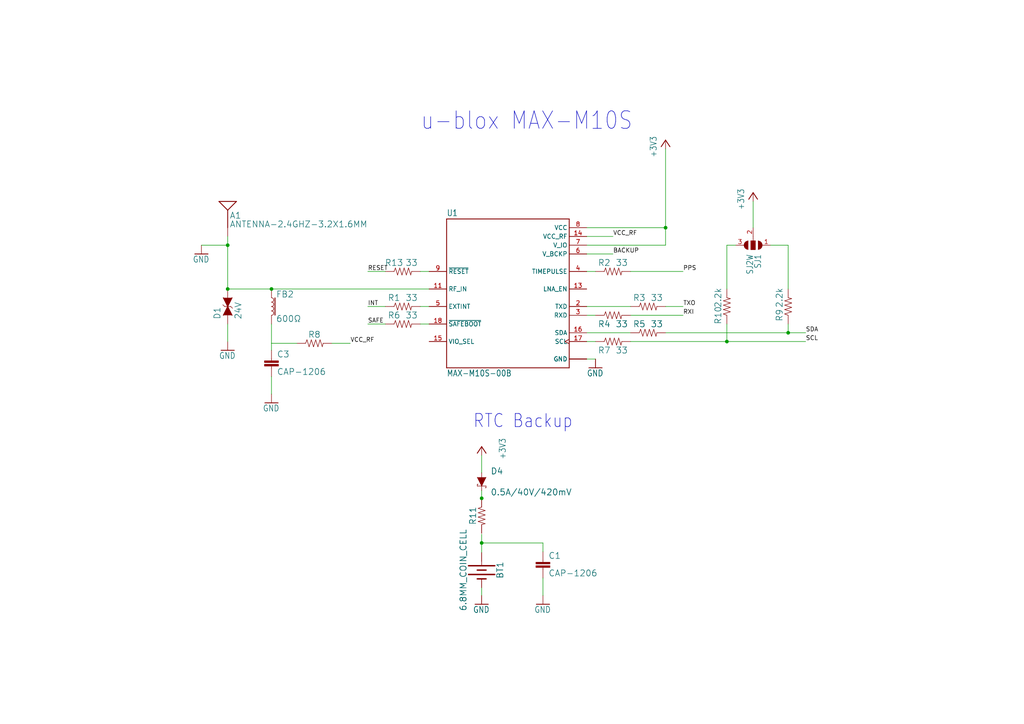
<source format=kicad_sch>
(kicad_sch
	(version 20231120)
	(generator "eeschema")
	(generator_version "8.0")
	(uuid "3a7edce7-9e05-4e5b-84d9-abd1fc907d9a")
	(paper "A4")
	(lib_symbols
		(symbol "MAX_M10S-eagle-import:+3V3"
			(power)
			(exclude_from_sim no)
			(in_bom yes)
			(on_board yes)
			(property "Reference" "#+3V3"
				(at 0 0 0)
				(effects
					(font
						(size 1.27 1.27)
					)
					(hide yes)
				)
			)
			(property "Value" ""
				(at -2.54 -5.08 90)
				(effects
					(font
						(size 1.778 1.5113)
					)
					(justify left bottom)
				)
			)
			(property "Footprint" ""
				(at 0 0 0)
				(effects
					(font
						(size 1.27 1.27)
					)
					(hide yes)
				)
			)
			(property "Datasheet" ""
				(at 0 0 0)
				(effects
					(font
						(size 1.27 1.27)
					)
					(hide yes)
				)
			)
			(property "Description" "SUPPLY SYMBOL"
				(at 0 0 0)
				(effects
					(font
						(size 1.27 1.27)
					)
					(hide yes)
				)
			)
			(property "ki_locked" ""
				(at 0 0 0)
				(effects
					(font
						(size 1.27 1.27)
					)
				)
			)
			(symbol "+3V3_1_0"
				(polyline
					(pts
						(xy 0 0) (xy -1.27 -1.905)
					)
					(stroke
						(width 0.254)
						(type solid)
					)
					(fill
						(type none)
					)
				)
				(polyline
					(pts
						(xy 1.27 -1.905) (xy 0 0)
					)
					(stroke
						(width 0.254)
						(type solid)
					)
					(fill
						(type none)
					)
				)
				(pin power_in line
					(at 0 -2.54 90)
					(length 2.54)
					(name "+3V3"
						(effects
							(font
								(size 0 0)
							)
						)
					)
					(number "1"
						(effects
							(font
								(size 0 0)
							)
						)
					)
				)
			)
		)
		(symbol "MAX_M10S-eagle-import:ANTENNA-2.4GHZ-3.2X1.6MM"
			(exclude_from_sim no)
			(in_bom yes)
			(on_board yes)
			(property "Reference" "A"
				(at 0.508 0 0)
				(effects
					(font
						(size 1.778 1.778)
					)
					(justify left bottom)
				)
			)
			(property "Value" ""
				(at 0.508 -2.54 0)
				(effects
					(font
						(size 1.778 1.778)
					)
					(justify left bottom)
				)
			)
			(property "Footprint" "MAX_M10S:ANT-2.4GHZ-3.2X1.6X1.2MM"
				(at 0 0 0)
				(effects
					(font
						(size 1.27 1.27)
					)
					(hide yes)
				)
			)
			(property "Datasheet" ""
				(at 0 0 0)
				(effects
					(font
						(size 1.27 1.27)
					)
					(hide yes)
				)
			)
			(property "Description" "Single-ended Antennae\n\n2.4GHz and antennae with just one terminal. These are all chip antennae.\n\n2.4GHz (WiFi/BT/ZigBee) Antennae\n\n• ANT-2.4GHZ-6.5X2.2MM - 6.5 x 2.2 mm chip antenna. (https://www.sparkfun.com/products/144 SparkFun Product)\n• ANT-2.4GHZ8.0X1.0MM -  8.0 x 1.0 mm chip antenna. (http://www.mouser.com/ds/2/611/antenna_2500at44m0400-242425.pdf Datasheet)\n• ANT-2.4GHZ9.5X2.0MM - 9.5 x 2.0 mm chip antenna. (https://www.sparkfun.com/products/9025 SparkFun Product)"
				(at 0 0 0)
				(effects
					(font
						(size 1.27 1.27)
					)
					(hide yes)
				)
			)
			(property "ki_locked" ""
				(at 0 0 0)
				(effects
					(font
						(size 1.27 1.27)
					)
				)
			)
			(symbol "ANTENNA-2.4GHZ-3.2X1.6MM_1_0"
				(polyline
					(pts
						(xy -2.54 5.08) (xy 2.54 5.08)
					)
					(stroke
						(width 0.254)
						(type solid)
					)
					(fill
						(type none)
					)
				)
				(polyline
					(pts
						(xy 0 2.54) (xy -2.54 5.08)
					)
					(stroke
						(width 0.254)
						(type solid)
					)
					(fill
						(type none)
					)
				)
				(polyline
					(pts
						(xy 0 2.54) (xy 0 -2.54)
					)
					(stroke
						(width 0.254)
						(type solid)
					)
					(fill
						(type none)
					)
				)
				(polyline
					(pts
						(xy 0 2.54) (xy 2.54 5.08)
					)
					(stroke
						(width 0.254)
						(type solid)
					)
					(fill
						(type none)
					)
				)
				(pin bidirectional line
					(at 0 -5.08 90)
					(length 2.54)
					(name "SIGNAL"
						(effects
							(font
								(size 0 0)
							)
						)
					)
					(number "FEED"
						(effects
							(font
								(size 0 0)
							)
						)
					)
				)
			)
		)
		(symbol "MAX_M10S-eagle-import:BATTERY-6.8MM_SMD"
			(exclude_from_sim no)
			(in_bom yes)
			(on_board yes)
			(property "Reference" "BT"
				(at 0 4.318 0)
				(effects
					(font
						(size 1.778 1.778)
					)
					(justify bottom)
				)
			)
			(property "Value" ""
				(at 0 -4.318 0)
				(effects
					(font
						(size 1.778 1.778)
					)
					(justify top)
				)
			)
			(property "Footprint" "MAX_M10S:BATTCON-6.8MM"
				(at 0 0 0)
				(effects
					(font
						(size 1.27 1.27)
					)
					(hide yes)
				)
			)
			(property "Datasheet" ""
				(at 0 0 0)
				(effects
					(font
						(size 1.27 1.27)
					)
					(hide yes)
				)
			)
			(property "Description" "Battery - Single Cell\n\nA variety of battery chemistries, sizes, and footprints.\n\nDevice List:\n\n• 20MM_PTH -  https://www.sparkfun.com/products/783 Coin Cell Battery Holder - 20mm (PTH)\n• 20MM_PTH_KIT-  http://www.sparkfun.com/products/783 Coin Cell battery Holder - 20 mm (PTH) kit version with special mask\n• 6.8MM_PTH -  https://www.digikey.com/product-detail/en/seiko-instruments/MS621FE-FL11E/728-1057-ND/1889208?WT.srch=1&gclid=CNOQ5a6LzdQCFZS2wAodXCkE0g Coin Cell Battery Holder - 6.8MM(SMD)\n• 12MM_SMD -  https://www.sparkfun.com/products/10592 Coin Cell Battery Holder - 12mm (SMD)\n• 12MM_PTH - https://www.sparkfun.com/products/7948 Coin Cell Battery Holder - 12mm (PTH)\n• 20MM_SMD -  20mm Coin Cell Battery Holder (SMD) (2 legs)\n\n• Used on the https://www.sparkfun.com/products/11734 Big Time Watch Kit\n\n• 20MM_SMD_4LEGS -  https://www.sparkfun.com/products/11892 Coin Cell Battery Holder - 20mm (SMD)\n• 20MM_SMD_4LEGS_OVERPASTE -  https://www.sparkfun.com/products/11892 Coin Cell Battery Holder - 20mm (SMD) (Over-paste on the legs)\n• 24.5MM_PTH -  https://www.sparkfun.com/products/8863 Coin Cell Battery Holder - 24.5mm (PTH)\n• 9V -  9V Battery Holder - PC Mount\n\n• Used on the https://www.sparkfun.com/products/11177 SparkFun SparkPunk Sound Kit  and https://www.sparkfun.com/products/12707 SparkFun SparkPunk Sequencer Kit\n\n• 18650 -  https://www.sparkfun.com/products/13113 Battery Holder - 18650 (PTH)\n• AA -  https://www.sparkfun.com/products/7949 Battery Holder - 1xAA (PTH)\n• AAA -  https://www.sparkfun.com/products/12718 Battery Holder - 1xAAA (PTH)\n• AA_KIT -  https://www.sparkfun.com/products/7949 Battery Holder - 1xAA (PTH)\n\n• Special kit package - pads only have exposed copper on one side of the board.\n\n• AAA_KIT -  https://www.sparkfun.com/products/12718 Battery Holder - 1xAAA (PTH)\n\n• Special kit package - pads only have exposed copper on one side of the board."
				(at 0 0 0)
				(effects
					(font
						(size 1.27 1.27)
					)
					(hide yes)
				)
			)
			(property "ki_locked" ""
				(at 0 0 0)
				(effects
					(font
						(size 1.27 1.27)
					)
				)
			)
			(symbol "BATTERY-6.8MM_SMD_1_0"
				(polyline
					(pts
						(xy -2.54 0) (xy -1.524 0)
					)
					(stroke
						(width 0.1524)
						(type solid)
					)
					(fill
						(type none)
					)
				)
				(polyline
					(pts
						(xy -1.27 3.81) (xy -1.27 -3.81)
					)
					(stroke
						(width 0.4064)
						(type solid)
					)
					(fill
						(type none)
					)
				)
				(polyline
					(pts
						(xy 0 1.27) (xy 0 -1.27)
					)
					(stroke
						(width 0.4064)
						(type solid)
					)
					(fill
						(type none)
					)
				)
				(polyline
					(pts
						(xy 1.27 3.81) (xy 1.27 -3.81)
					)
					(stroke
						(width 0.4064)
						(type solid)
					)
					(fill
						(type none)
					)
				)
				(polyline
					(pts
						(xy 2.54 1.27) (xy 2.54 -1.27)
					)
					(stroke
						(width 0.4064)
						(type solid)
					)
					(fill
						(type none)
					)
				)
				(pin power_in line
					(at -5.08 0 0)
					(length 2.54)
					(name "+"
						(effects
							(font
								(size 0 0)
							)
						)
					)
					(number "+"
						(effects
							(font
								(size 0 0)
							)
						)
					)
				)
				(pin power_in line
					(at 5.08 0 180)
					(length 2.54)
					(name "-"
						(effects
							(font
								(size 0 0)
							)
						)
					)
					(number "-"
						(effects
							(font
								(size 0 0)
							)
						)
					)
				)
			)
		)
		(symbol "MAX_M10S-eagle-import:CAP-1206"
			(exclude_from_sim no)
			(in_bom yes)
			(on_board yes)
			(property "Reference" "C"
				(at 1.524 2.921 0)
				(effects
					(font
						(size 1.778 1.778)
					)
					(justify left bottom)
				)
			)
			(property "Value" ""
				(at 1.524 -2.159 0)
				(effects
					(font
						(size 1.778 1.778)
					)
					(justify left bottom)
				)
			)
			(property "Footprint" "MAX_M10S:1206"
				(at 0 0 0)
				(effects
					(font
						(size 1.27 1.27)
					)
					(hide yes)
				)
			)
			(property "Datasheet" ""
				(at 0 0 0)
				(effects
					(font
						(size 1.27 1.27)
					)
					(hide yes)
				)
			)
			(property "Description" ""
				(at 0 0 0)
				(effects
					(font
						(size 1.27 1.27)
					)
					(hide yes)
				)
			)
			(property "ki_locked" ""
				(at 0 0 0)
				(effects
					(font
						(size 1.27 1.27)
					)
				)
			)
			(symbol "CAP-1206_1_0"
				(rectangle
					(start -2.032 0.508)
					(end 2.032 1.016)
					(stroke
						(width 0)
						(type default)
					)
					(fill
						(type outline)
					)
				)
				(rectangle
					(start -2.032 1.524)
					(end 2.032 2.032)
					(stroke
						(width 0)
						(type default)
					)
					(fill
						(type outline)
					)
				)
				(polyline
					(pts
						(xy 0 0) (xy 0 0.508)
					)
					(stroke
						(width 0.1524)
						(type solid)
					)
					(fill
						(type none)
					)
				)
				(polyline
					(pts
						(xy 0 2.54) (xy 0 2.032)
					)
					(stroke
						(width 0.1524)
						(type solid)
					)
					(fill
						(type none)
					)
				)
				(pin passive line
					(at 0 5.08 270)
					(length 2.54)
					(name "1"
						(effects
							(font
								(size 0 0)
							)
						)
					)
					(number "1"
						(effects
							(font
								(size 0 0)
							)
						)
					)
				)
				(pin passive line
					(at 0 -2.54 90)
					(length 2.54)
					(name "2"
						(effects
							(font
								(size 0 0)
							)
						)
					)
					(number "2"
						(effects
							(font
								(size 0 0)
							)
						)
					)
				)
			)
		)
		(symbol "MAX_M10S-eagle-import:DIODE-SCHOTTKY-B340A"
			(exclude_from_sim no)
			(in_bom yes)
			(on_board yes)
			(property "Reference" "D"
				(at -2.54 2.032 0)
				(effects
					(font
						(size 1.778 1.778)
					)
					(justify left bottom)
				)
			)
			(property "Value" ""
				(at -2.54 -2.032 0)
				(effects
					(font
						(size 1.778 1.778)
					)
					(justify left top)
				)
			)
			(property "Footprint" "MAX_M10S:SMA-DIODE"
				(at 0 0 0)
				(effects
					(font
						(size 1.27 1.27)
					)
					(hide yes)
				)
			)
			(property "Datasheet" ""
				(at 0 0 0)
				(effects
					(font
						(size 1.27 1.27)
					)
					(hide yes)
				)
			)
			(property "Description" "Schottky diode\n\nA Schottky diode is a semiconductor diode which has a low forward voltage drop and a very fast switching action."
				(at 0 0 0)
				(effects
					(font
						(size 1.27 1.27)
					)
					(hide yes)
				)
			)
			(property "ki_locked" ""
				(at 0 0 0)
				(effects
					(font
						(size 1.27 1.27)
					)
				)
			)
			(symbol "DIODE-SCHOTTKY-B340A_1_0"
				(polyline
					(pts
						(xy -2.54 0) (xy -1.27 0)
					)
					(stroke
						(width 0.1524)
						(type solid)
					)
					(fill
						(type none)
					)
				)
				(polyline
					(pts
						(xy 0.762 -1.27) (xy 0.762 -1.016)
					)
					(stroke
						(width 0.1524)
						(type solid)
					)
					(fill
						(type none)
					)
				)
				(polyline
					(pts
						(xy 1.27 -1.27) (xy 0.762 -1.27)
					)
					(stroke
						(width 0.1524)
						(type solid)
					)
					(fill
						(type none)
					)
				)
				(polyline
					(pts
						(xy 1.27 0) (xy 1.27 -1.27)
					)
					(stroke
						(width 0.1524)
						(type solid)
					)
					(fill
						(type none)
					)
				)
				(polyline
					(pts
						(xy 1.27 1.27) (xy 1.27 0)
					)
					(stroke
						(width 0.1524)
						(type solid)
					)
					(fill
						(type none)
					)
				)
				(polyline
					(pts
						(xy 1.27 1.27) (xy 1.778 1.27)
					)
					(stroke
						(width 0.1524)
						(type solid)
					)
					(fill
						(type none)
					)
				)
				(polyline
					(pts
						(xy 1.778 1.27) (xy 1.778 1.016)
					)
					(stroke
						(width 0.1524)
						(type solid)
					)
					(fill
						(type none)
					)
				)
				(polyline
					(pts
						(xy 2.54 0) (xy 1.27 0)
					)
					(stroke
						(width 0.1524)
						(type solid)
					)
					(fill
						(type none)
					)
				)
				(polyline
					(pts
						(xy -1.27 1.27) (xy 1.27 0) (xy -1.27 -1.27)
					)
					(stroke
						(width 0.1524)
						(type solid)
					)
					(fill
						(type outline)
					)
				)
				(pin passive line
					(at -2.54 0 0)
					(length 0)
					(name "A"
						(effects
							(font
								(size 0 0)
							)
						)
					)
					(number "A"
						(effects
							(font
								(size 0 0)
							)
						)
					)
				)
				(pin passive line
					(at 2.54 0 180)
					(length 0)
					(name "C"
						(effects
							(font
								(size 0 0)
							)
						)
					)
					(number "C"
						(effects
							(font
								(size 0 0)
							)
						)
					)
				)
			)
		)
		(symbol "MAX_M10S-eagle-import:DIODE_TVS"
			(exclude_from_sim no)
			(in_bom yes)
			(on_board yes)
			(property "Reference" "D"
				(at -3.81 2.032 0)
				(effects
					(font
						(size 1.778 1.778)
					)
					(justify left bottom)
				)
			)
			(property "Value" ""
				(at -3.81 -2.032 0)
				(effects
					(font
						(size 1.778 1.778)
					)
					(justify left top)
				)
			)
			(property "Footprint" "MAX_M10S:0603"
				(at 0 0 0)
				(effects
					(font
						(size 1.27 1.27)
					)
					(hide yes)
				)
			)
			(property "Datasheet" ""
				(at 0 0 0)
				(effects
					(font
						(size 1.27 1.27)
					)
					(hide yes)
				)
			)
			(property "Description" ""
				(at 0 0 0)
				(effects
					(font
						(size 1.27 1.27)
					)
					(hide yes)
				)
			)
			(property "ki_locked" ""
				(at 0 0 0)
				(effects
					(font
						(size 1.27 1.27)
					)
				)
			)
			(symbol "DIODE_TVS_1_0"
				(polyline
					(pts
						(xy -5.08 0) (xy -2.54 0)
					)
					(stroke
						(width 0.1524)
						(type solid)
					)
					(fill
						(type none)
					)
				)
				(polyline
					(pts
						(xy 0 -0.889) (xy -0.508 -1.397)
					)
					(stroke
						(width 0.1524)
						(type solid)
					)
					(fill
						(type none)
					)
				)
				(polyline
					(pts
						(xy 0 0) (xy 0 -0.889)
					)
					(stroke
						(width 0.1524)
						(type solid)
					)
					(fill
						(type none)
					)
				)
				(polyline
					(pts
						(xy 0 0.889) (xy 0 0)
					)
					(stroke
						(width 0.1524)
						(type solid)
					)
					(fill
						(type none)
					)
				)
				(polyline
					(pts
						(xy 0 0.889) (xy 0.508 1.397)
					)
					(stroke
						(width 0.1524)
						(type solid)
					)
					(fill
						(type none)
					)
				)
				(polyline
					(pts
						(xy 2.54 0) (xy 5.08 0)
					)
					(stroke
						(width 0.1524)
						(type solid)
					)
					(fill
						(type none)
					)
				)
				(polyline
					(pts
						(xy -2.54 1.27) (xy 0 0) (xy -2.54 -1.27)
					)
					(stroke
						(width 0.254)
						(type solid)
					)
					(fill
						(type outline)
					)
				)
				(polyline
					(pts
						(xy 2.54 -1.27) (xy 0 0) (xy 2.54 1.27)
					)
					(stroke
						(width 0.254)
						(type solid)
					)
					(fill
						(type outline)
					)
				)
				(pin passive line
					(at -5.08 0 0)
					(length 0)
					(name "A"
						(effects
							(font
								(size 0 0)
							)
						)
					)
					(number "1"
						(effects
							(font
								(size 0 0)
							)
						)
					)
				)
				(pin passive line
					(at 5.08 0 180)
					(length 0)
					(name "C"
						(effects
							(font
								(size 0 0)
							)
						)
					)
					(number "2"
						(effects
							(font
								(size 0 0)
							)
						)
					)
				)
			)
		)
		(symbol "MAX_M10S-eagle-import:FERRITE_BEAD-0805-600Ω-100MHZ"
			(exclude_from_sim no)
			(in_bom yes)
			(on_board yes)
			(property "Reference" "FB"
				(at 1.27 2.54 0)
				(effects
					(font
						(size 1.778 1.778)
					)
					(justify left bottom)
				)
			)
			(property "Value" ""
				(at 1.27 -2.54 0)
				(effects
					(font
						(size 1.778 1.778)
					)
					(justify left top)
				)
			)
			(property "Footprint" "MAX_M10S:0805"
				(at 0 0 0)
				(effects
					(font
						(size 1.27 1.27)
					)
					(hide yes)
				)
			)
			(property "Datasheet" ""
				(at 0 0 0)
				(effects
					(font
						(size 1.27 1.27)
					)
					(hide yes)
				)
			)
			(property "Description" "Ferrite Bead (blocks, cores, rings, chokes, etc.)\n\nInductor with layers of ferrite used to suppress high frequencies. Often used to isolate high frequency noise.\n\nSparkFun Products:\n\n• https://www.sparkfun.com/products/13613 IOIO-OTG - V2.2\n• https://www.sparkfun.com/products/13664 SparkFun SAMD21 Mini Breakout\n• https://www.sparkfun.com/products/13339 SparkFun 6 Degrees of Freedom Breakout - LSM6DS3\n• https://www.sparkfun.com/products/13672 SparkFun SAMD21 Dev Breakout\n• https://www.sparkfun.com/products/11013 Lilypad MP3"
				(at 0 0 0)
				(effects
					(font
						(size 1.27 1.27)
					)
					(hide yes)
				)
			)
			(property "ki_locked" ""
				(at 0 0 0)
				(effects
					(font
						(size 1.27 1.27)
					)
				)
			)
			(symbol "FERRITE_BEAD-0805-600Ω-100MHZ_1_0"
				(arc
					(start 0 -2.54)
					(mid 0.635 -1.905)
					(end 0 -1.27)
					(stroke
						(width 0.1524)
						(type solid)
					)
					(fill
						(type none)
					)
				)
				(arc
					(start 0 -1.27)
					(mid 0.635 -0.635)
					(end 0 0)
					(stroke
						(width 0.1524)
						(type solid)
					)
					(fill
						(type none)
					)
				)
				(polyline
					(pts
						(xy 0.889 2.54) (xy 0.889 -2.54)
					)
					(stroke
						(width 0.1524)
						(type solid)
					)
					(fill
						(type none)
					)
				)
				(polyline
					(pts
						(xy 1.143 2.54) (xy 1.143 -2.54)
					)
					(stroke
						(width 0.1524)
						(type solid)
					)
					(fill
						(type none)
					)
				)
				(arc
					(start 0 0)
					(mid 0.635 0.635)
					(end 0 1.27)
					(stroke
						(width 0.1524)
						(type solid)
					)
					(fill
						(type none)
					)
				)
				(arc
					(start 0 1.27)
					(mid 0.635 1.905)
					(end 0 2.54)
					(stroke
						(width 0.1524)
						(type solid)
					)
					(fill
						(type none)
					)
				)
				(pin passive line
					(at 0 5.08 270)
					(length 2.54)
					(name "1"
						(effects
							(font
								(size 0 0)
							)
						)
					)
					(number "1"
						(effects
							(font
								(size 0 0)
							)
						)
					)
				)
				(pin passive line
					(at 0 -5.08 90)
					(length 2.54)
					(name "2"
						(effects
							(font
								(size 0 0)
							)
						)
					)
					(number "2"
						(effects
							(font
								(size 0 0)
							)
						)
					)
				)
			)
		)
		(symbol "MAX_M10S-eagle-import:GND"
			(power)
			(exclude_from_sim no)
			(in_bom yes)
			(on_board yes)
			(property "Reference" "#GND"
				(at 0 0 0)
				(effects
					(font
						(size 1.27 1.27)
					)
					(hide yes)
				)
			)
			(property "Value" ""
				(at -2.54 -2.54 0)
				(effects
					(font
						(size 1.778 1.5113)
					)
					(justify left bottom)
				)
			)
			(property "Footprint" ""
				(at 0 0 0)
				(effects
					(font
						(size 1.27 1.27)
					)
					(hide yes)
				)
			)
			(property "Datasheet" ""
				(at 0 0 0)
				(effects
					(font
						(size 1.27 1.27)
					)
					(hide yes)
				)
			)
			(property "Description" "SUPPLY SYMBOL"
				(at 0 0 0)
				(effects
					(font
						(size 1.27 1.27)
					)
					(hide yes)
				)
			)
			(property "ki_locked" ""
				(at 0 0 0)
				(effects
					(font
						(size 1.27 1.27)
					)
				)
			)
			(symbol "GND_1_0"
				(polyline
					(pts
						(xy -1.905 0) (xy 1.905 0)
					)
					(stroke
						(width 0.254)
						(type solid)
					)
					(fill
						(type none)
					)
				)
				(pin power_in line
					(at 0 2.54 270)
					(length 2.54)
					(name "GND"
						(effects
							(font
								(size 0 0)
							)
						)
					)
					(number "1"
						(effects
							(font
								(size 0 0)
							)
						)
					)
				)
			)
		)
		(symbol "MAX_M10S-eagle-import:MAX-M10S-00B"
			(exclude_from_sim no)
			(in_bom yes)
			(on_board yes)
			(property "Reference" "U"
				(at -17.78 21.082 0)
				(effects
					(font
						(size 1.778 1.5113)
					)
					(justify left bottom)
				)
			)
			(property "Value" ""
				(at -17.78 -25.4 0)
				(effects
					(font
						(size 1.778 1.5113)
					)
					(justify left bottom)
				)
			)
			(property "Footprint" "MAX_M10S:XCVR_MAX-M10S-00B"
				(at 0 0 0)
				(effects
					(font
						(size 1.27 1.27)
					)
					(hide yes)
				)
			)
			(property "Datasheet" ""
				(at 0 0 0)
				(effects
					(font
						(size 1.27 1.27)
					)
					(hide yes)
				)
			)
			(property "Description" "https://pricing.snapeda.com/parts/MAX-M10S-00B/U-Blox/view-part?ref=eda Check availability"
				(at 0 0 0)
				(effects
					(font
						(size 1.27 1.27)
					)
					(hide yes)
				)
			)
			(property "ki_locked" ""
				(at 0 0 0)
				(effects
					(font
						(size 1.27 1.27)
					)
				)
			)
			(symbol "MAX-M10S-00B_1_0"
				(polyline
					(pts
						(xy -17.78 -22.86) (xy 17.78 -22.86)
					)
					(stroke
						(width 0.254)
						(type solid)
					)
					(fill
						(type none)
					)
				)
				(polyline
					(pts
						(xy -17.78 20.32) (xy -17.78 -22.86)
					)
					(stroke
						(width 0.254)
						(type solid)
					)
					(fill
						(type none)
					)
				)
				(polyline
					(pts
						(xy 17.78 -22.86) (xy 17.78 20.32)
					)
					(stroke
						(width 0.254)
						(type solid)
					)
					(fill
						(type none)
					)
				)
				(polyline
					(pts
						(xy 17.78 20.32) (xy -17.78 20.32)
					)
					(stroke
						(width 0.254)
						(type solid)
					)
					(fill
						(type none)
					)
				)
				(pin power_in line
					(at 22.86 -20.32 180)
					(length 5.08)
					(name "GND"
						(effects
							(font
								(size 1.27 1.27)
							)
						)
					)
					(number "1"
						(effects
							(font
								(size 0 0)
							)
						)
					)
				)
				(pin power_in line
					(at 22.86 -20.32 180)
					(length 5.08)
					(name "GND"
						(effects
							(font
								(size 1.27 1.27)
							)
						)
					)
					(number "10"
						(effects
							(font
								(size 0 0)
							)
						)
					)
				)
				(pin input line
					(at -22.86 0 0)
					(length 5.08)
					(name "RF_IN"
						(effects
							(font
								(size 1.27 1.27)
							)
						)
					)
					(number "11"
						(effects
							(font
								(size 1.27 1.27)
							)
						)
					)
				)
				(pin power_in line
					(at 22.86 -20.32 180)
					(length 5.08)
					(name "GND"
						(effects
							(font
								(size 1.27 1.27)
							)
						)
					)
					(number "12"
						(effects
							(font
								(size 0 0)
							)
						)
					)
				)
				(pin output line
					(at 22.86 0 180)
					(length 5.08)
					(name "LNA_EN"
						(effects
							(font
								(size 1.27 1.27)
							)
						)
					)
					(number "13"
						(effects
							(font
								(size 1.27 1.27)
							)
						)
					)
				)
				(pin power_in line
					(at 22.86 15.24 180)
					(length 5.08)
					(name "VCC_RF"
						(effects
							(font
								(size 1.27 1.27)
							)
						)
					)
					(number "14"
						(effects
							(font
								(size 1.27 1.27)
							)
						)
					)
				)
				(pin input line
					(at -22.86 -15.24 0)
					(length 5.08)
					(name "VIO_SEL"
						(effects
							(font
								(size 1.27 1.27)
							)
						)
					)
					(number "15"
						(effects
							(font
								(size 1.27 1.27)
							)
						)
					)
				)
				(pin bidirectional line
					(at 22.86 -12.7 180)
					(length 5.08)
					(name "SDA"
						(effects
							(font
								(size 1.27 1.27)
							)
						)
					)
					(number "16"
						(effects
							(font
								(size 1.27 1.27)
							)
						)
					)
				)
				(pin input clock
					(at 22.86 -15.24 180)
					(length 5.08)
					(name "SCL"
						(effects
							(font
								(size 1.27 1.27)
							)
						)
					)
					(number "17"
						(effects
							(font
								(size 1.27 1.27)
							)
						)
					)
				)
				(pin input line
					(at -22.86 -10.16 0)
					(length 5.08)
					(name "~{SAFEBOOT}"
						(effects
							(font
								(size 1.27 1.27)
							)
						)
					)
					(number "18"
						(effects
							(font
								(size 1.27 1.27)
							)
						)
					)
				)
				(pin output line
					(at 22.86 -5.08 180)
					(length 5.08)
					(name "TXD"
						(effects
							(font
								(size 1.27 1.27)
							)
						)
					)
					(number "2"
						(effects
							(font
								(size 1.27 1.27)
							)
						)
					)
				)
				(pin input line
					(at 22.86 -7.62 180)
					(length 5.08)
					(name "RXD"
						(effects
							(font
								(size 1.27 1.27)
							)
						)
					)
					(number "3"
						(effects
							(font
								(size 1.27 1.27)
							)
						)
					)
				)
				(pin output line
					(at 22.86 5.08 180)
					(length 5.08)
					(name "TIMEPULSE"
						(effects
							(font
								(size 1.27 1.27)
							)
						)
					)
					(number "4"
						(effects
							(font
								(size 1.27 1.27)
							)
						)
					)
				)
				(pin input line
					(at -22.86 -5.08 0)
					(length 5.08)
					(name "EXTINT"
						(effects
							(font
								(size 1.27 1.27)
							)
						)
					)
					(number "5"
						(effects
							(font
								(size 1.27 1.27)
							)
						)
					)
				)
				(pin power_in line
					(at 22.86 10.16 180)
					(length 5.08)
					(name "V_BCKP"
						(effects
							(font
								(size 1.27 1.27)
							)
						)
					)
					(number "6"
						(effects
							(font
								(size 1.27 1.27)
							)
						)
					)
				)
				(pin power_in line
					(at 22.86 12.7 180)
					(length 5.08)
					(name "V_IO"
						(effects
							(font
								(size 1.27 1.27)
							)
						)
					)
					(number "7"
						(effects
							(font
								(size 1.27 1.27)
							)
						)
					)
				)
				(pin power_in line
					(at 22.86 17.78 180)
					(length 5.08)
					(name "VCC"
						(effects
							(font
								(size 1.27 1.27)
							)
						)
					)
					(number "8"
						(effects
							(font
								(size 1.27 1.27)
							)
						)
					)
				)
				(pin input line
					(at -22.86 5.08 0)
					(length 5.08)
					(name "~{RESET}"
						(effects
							(font
								(size 1.27 1.27)
							)
						)
					)
					(number "9"
						(effects
							(font
								(size 1.27 1.27)
							)
						)
					)
				)
			)
		)
		(symbol "MAX_M10S-eagle-import:RESISTOR1206"
			(exclude_from_sim no)
			(in_bom yes)
			(on_board yes)
			(property "Reference" "R"
				(at 0 1.524 0)
				(effects
					(font
						(size 1.778 1.778)
					)
					(justify bottom)
				)
			)
			(property "Value" ""
				(at 0 -1.524 0)
				(effects
					(font
						(size 1.778 1.778)
					)
					(justify top)
				)
			)
			(property "Footprint" "MAX_M10S:1206"
				(at 0 0 0)
				(effects
					(font
						(size 1.27 1.27)
					)
					(hide yes)
				)
			)
			(property "Datasheet" ""
				(at 0 0 0)
				(effects
					(font
						(size 1.27 1.27)
					)
					(hide yes)
				)
			)
			(property "Description" "Generic Resistor Package"
				(at 0 0 0)
				(effects
					(font
						(size 1.27 1.27)
					)
					(hide yes)
				)
			)
			(property "ki_locked" ""
				(at 0 0 0)
				(effects
					(font
						(size 1.27 1.27)
					)
				)
			)
			(symbol "RESISTOR1206_1_0"
				(polyline
					(pts
						(xy -2.54 0) (xy -2.159 1.016)
					)
					(stroke
						(width 0.1524)
						(type solid)
					)
					(fill
						(type none)
					)
				)
				(polyline
					(pts
						(xy -2.159 1.016) (xy -1.524 -1.016)
					)
					(stroke
						(width 0.1524)
						(type solid)
					)
					(fill
						(type none)
					)
				)
				(polyline
					(pts
						(xy -1.524 -1.016) (xy -0.889 1.016)
					)
					(stroke
						(width 0.1524)
						(type solid)
					)
					(fill
						(type none)
					)
				)
				(polyline
					(pts
						(xy -0.889 1.016) (xy -0.254 -1.016)
					)
					(stroke
						(width 0.1524)
						(type solid)
					)
					(fill
						(type none)
					)
				)
				(polyline
					(pts
						(xy -0.254 -1.016) (xy 0.381 1.016)
					)
					(stroke
						(width 0.1524)
						(type solid)
					)
					(fill
						(type none)
					)
				)
				(polyline
					(pts
						(xy 0.381 1.016) (xy 1.016 -1.016)
					)
					(stroke
						(width 0.1524)
						(type solid)
					)
					(fill
						(type none)
					)
				)
				(polyline
					(pts
						(xy 1.016 -1.016) (xy 1.651 1.016)
					)
					(stroke
						(width 0.1524)
						(type solid)
					)
					(fill
						(type none)
					)
				)
				(polyline
					(pts
						(xy 1.651 1.016) (xy 2.286 -1.016)
					)
					(stroke
						(width 0.1524)
						(type solid)
					)
					(fill
						(type none)
					)
				)
				(polyline
					(pts
						(xy 2.286 -1.016) (xy 2.54 0)
					)
					(stroke
						(width 0.1524)
						(type solid)
					)
					(fill
						(type none)
					)
				)
				(pin passive line
					(at -5.08 0 0)
					(length 2.54)
					(name "1"
						(effects
							(font
								(size 0 0)
							)
						)
					)
					(number "1"
						(effects
							(font
								(size 0 0)
							)
						)
					)
				)
				(pin passive line
					(at 5.08 0 180)
					(length 2.54)
					(name "2"
						(effects
							(font
								(size 0 0)
							)
						)
					)
					(number "2"
						(effects
							(font
								(size 0 0)
							)
						)
					)
				)
			)
		)
		(symbol "MAX_M10S-eagle-import:SJ2W"
			(exclude_from_sim no)
			(in_bom yes)
			(on_board yes)
			(property "Reference" "SJ"
				(at 2.54 0.381 0)
				(effects
					(font
						(size 1.778 1.5113)
					)
					(justify left bottom)
				)
			)
			(property "Value" ""
				(at 2.54 -1.905 0)
				(effects
					(font
						(size 1.778 1.5113)
					)
					(justify left bottom)
				)
			)
			(property "Footprint" "MAX_M10S:SJ_2"
				(at 0 0 0)
				(effects
					(font
						(size 1.27 1.27)
					)
					(hide yes)
				)
			)
			(property "Datasheet" ""
				(at 0 0 0)
				(effects
					(font
						(size 1.27 1.27)
					)
					(hide yes)
				)
			)
			(property "Description" "SMD solder JUMPER"
				(at 0 0 0)
				(effects
					(font
						(size 1.27 1.27)
					)
					(hide yes)
				)
			)
			(property "ki_locked" ""
				(at 0 0 0)
				(effects
					(font
						(size 1.27 1.27)
					)
				)
			)
			(symbol "SJ2W_1_0"
				(arc
					(start -1.27 -1.397)
					(mid 0 -2.667)
					(end 1.27 -1.397)
					(stroke
						(width 0.0001)
						(type solid)
					)
					(fill
						(type outline)
					)
				)
				(rectangle
					(start -1.27 -0.635)
					(end 1.27 0.635)
					(stroke
						(width 0)
						(type default)
					)
					(fill
						(type outline)
					)
				)
				(polyline
					(pts
						(xy -2.54 0) (xy -1.27 0)
					)
					(stroke
						(width 0.1524)
						(type solid)
					)
					(fill
						(type none)
					)
				)
				(polyline
					(pts
						(xy -1.27 -0.635) (xy -1.27 0)
					)
					(stroke
						(width 0.1524)
						(type solid)
					)
					(fill
						(type none)
					)
				)
				(polyline
					(pts
						(xy -1.27 0) (xy -1.27 0.635)
					)
					(stroke
						(width 0.1524)
						(type solid)
					)
					(fill
						(type none)
					)
				)
				(polyline
					(pts
						(xy -1.27 0.635) (xy 1.27 0.635)
					)
					(stroke
						(width 0.1524)
						(type solid)
					)
					(fill
						(type none)
					)
				)
				(polyline
					(pts
						(xy 1.27 -0.635) (xy -1.27 -0.635)
					)
					(stroke
						(width 0.1524)
						(type solid)
					)
					(fill
						(type none)
					)
				)
				(polyline
					(pts
						(xy 1.27 0.635) (xy 1.27 -0.635)
					)
					(stroke
						(width 0.1524)
						(type solid)
					)
					(fill
						(type none)
					)
				)
				(arc
					(start 1.27 1.397)
					(mid 0 2.667)
					(end -1.27 1.397)
					(stroke
						(width 0.0001)
						(type solid)
					)
					(fill
						(type outline)
					)
				)
				(pin passive line
					(at 0 5.08 270)
					(length 2.54)
					(name "1"
						(effects
							(font
								(size 0 0)
							)
						)
					)
					(number "1"
						(effects
							(font
								(size 1.27 1.27)
							)
						)
					)
				)
				(pin passive line
					(at -5.08 0 0)
					(length 2.54)
					(name "2"
						(effects
							(font
								(size 0 0)
							)
						)
					)
					(number "2"
						(effects
							(font
								(size 1.27 1.27)
							)
						)
					)
				)
				(pin passive line
					(at 0 -5.08 90)
					(length 2.54)
					(name "3"
						(effects
							(font
								(size 0 0)
							)
						)
					)
					(number "3"
						(effects
							(font
								(size 1.27 1.27)
							)
						)
					)
				)
			)
		)
	)
	(junction
		(at 78.74 83.82)
		(diameter 0)
		(color 0 0 0 0)
		(uuid "40a82b7e-6737-433d-bb4a-daed56233c05")
	)
	(junction
		(at 66.04 71.12)
		(diameter 0)
		(color 0 0 0 0)
		(uuid "419ed060-e36c-4eb0-845d-0d834adb0dbb")
	)
	(junction
		(at 66.04 83.82)
		(diameter 0)
		(color 0 0 0 0)
		(uuid "5e740736-b3d0-46df-ab01-088f58d33119")
	)
	(junction
		(at 139.7 144.526)
		(diameter 0)
		(color 0 0 0 0)
		(uuid "8553a013-4416-4bfc-85e4-51a776d1522e")
	)
	(junction
		(at 210.82 99.06)
		(diameter 0)
		(color 0 0 0 0)
		(uuid "8ee5c384-2f98-4b19-a001-200807a9247c")
	)
	(junction
		(at 193.04 66.04)
		(diameter 0)
		(color 0 0 0 0)
		(uuid "99f7ed69-540e-4a4a-a128-ba7f235ab52b")
	)
	(junction
		(at 228.6 96.52)
		(diameter 0)
		(color 0 0 0 0)
		(uuid "bb021474-84a3-4eb3-ab9f-9e970af3fdef")
	)
	(junction
		(at 139.7 157.48)
		(diameter 0)
		(color 0 0 0 0)
		(uuid "c475f16c-7ff5-4fab-9af3-4cb8708e268c")
	)
	(wire
		(pts
			(xy 170.18 66.04) (xy 193.04 66.04)
		)
		(stroke
			(width 0.1524)
			(type solid)
		)
		(uuid "02c008c1-8283-451b-b0bc-fb2f711604d5")
	)
	(wire
		(pts
			(xy 170.18 71.12) (xy 193.04 71.12)
		)
		(stroke
			(width 0.1524)
			(type solid)
		)
		(uuid "09ccb56f-92c2-4807-9e08-fede994edab2")
	)
	(wire
		(pts
			(xy 170.18 91.44) (xy 172.72 91.44)
		)
		(stroke
			(width 0.1524)
			(type solid)
		)
		(uuid "0fb5a562-2cd3-47a4-a147-083e2ebd1db3")
	)
	(wire
		(pts
			(xy 121.92 88.9) (xy 124.46 88.9)
		)
		(stroke
			(width 0.1524)
			(type solid)
		)
		(uuid "10753e36-0459-460d-98fa-9f8161e322e5")
	)
	(wire
		(pts
			(xy 66.04 99.06) (xy 66.04 93.98)
		)
		(stroke
			(width 0.1524)
			(type solid)
		)
		(uuid "153a72e4-69b9-4a03-8b3b-8c3da9dad1e9")
	)
	(wire
		(pts
			(xy 111.76 78.74) (xy 106.68 78.74)
		)
		(stroke
			(width 0.1524)
			(type solid)
		)
		(uuid "16425b73-636c-4296-8339-2df746f3bc2e")
	)
	(wire
		(pts
			(xy 157.48 157.48) (xy 139.7 157.48)
		)
		(stroke
			(width 0.1524)
			(type solid)
		)
		(uuid "177edcff-e7dc-4cc8-ba9b-1d6084df6383")
	)
	(wire
		(pts
			(xy 78.74 83.82) (xy 66.04 83.82)
		)
		(stroke
			(width 0.1524)
			(type solid)
		)
		(uuid "17e2761c-b8a2-4b1b-b212-c246686f786a")
	)
	(wire
		(pts
			(xy 193.04 88.9) (xy 198.12 88.9)
		)
		(stroke
			(width 0.1524)
			(type solid)
		)
		(uuid "1857e5d7-644f-401f-a8cc-61f60245fa00")
	)
	(wire
		(pts
			(xy 78.74 93.98) (xy 78.74 99.568)
		)
		(stroke
			(width 0.1524)
			(type solid)
		)
		(uuid "18682c55-b8e5-4490-bf51-27e701de0ddc")
	)
	(wire
		(pts
			(xy 210.82 93.98) (xy 210.82 99.06)
		)
		(stroke
			(width 0.1524)
			(type solid)
		)
		(uuid "18eef3b6-ce43-4f76-aaee-c4c8510f1225")
	)
	(wire
		(pts
			(xy 157.48 172.72) (xy 157.48 167.64)
		)
		(stroke
			(width 0.1524)
			(type solid)
		)
		(uuid "1922f5a9-439d-4332-9d11-8d8199140456")
	)
	(wire
		(pts
			(xy 210.82 71.12) (xy 213.36 71.12)
		)
		(stroke
			(width 0.1524)
			(type solid)
		)
		(uuid "284b2847-aecf-4a02-bdf2-fdbc2aca2b01")
	)
	(wire
		(pts
			(xy 111.76 88.9) (xy 106.68 88.9)
		)
		(stroke
			(width 0.1524)
			(type solid)
		)
		(uuid "2c1febc3-ef38-42c9-b4de-07aaa1dc2422")
	)
	(wire
		(pts
			(xy 121.92 93.98) (xy 124.46 93.98)
		)
		(stroke
			(width 0.1524)
			(type solid)
		)
		(uuid "2d2f21cd-0ef6-434a-bfd4-6523d5262d14")
	)
	(wire
		(pts
			(xy 86.106 99.568) (xy 78.74 99.568)
		)
		(stroke
			(width 0.1524)
			(type solid)
		)
		(uuid "3050e29c-f20a-4e21-8da3-a0e30b10462b")
	)
	(wire
		(pts
			(xy 139.7 144.78) (xy 139.7 144.526)
		)
		(stroke
			(width 0.1524)
			(type solid)
		)
		(uuid "31e87d8c-754e-42e6-9db9-0f18e54a968e")
	)
	(wire
		(pts
			(xy 228.6 93.98) (xy 228.6 96.52)
		)
		(stroke
			(width 0.1524)
			(type solid)
		)
		(uuid "39ac9202-c95d-4f41-a03f-7d2c072e7006")
	)
	(wire
		(pts
			(xy 111.76 93.98) (xy 106.68 93.98)
		)
		(stroke
			(width 0.1524)
			(type solid)
		)
		(uuid "3d3c5752-f972-47fd-a971-901a2ba6f6e6")
	)
	(wire
		(pts
			(xy 96.266 99.568) (xy 101.6 99.568)
		)
		(stroke
			(width 0.1524)
			(type solid)
		)
		(uuid "3e6843d8-9658-4dce-b80b-88ecdf5686d6")
	)
	(wire
		(pts
			(xy 228.6 96.52) (xy 233.68 96.52)
		)
		(stroke
			(width 0.1524)
			(type solid)
		)
		(uuid "42e2f55e-deb1-4156-82b5-2704725323c4")
	)
	(wire
		(pts
			(xy 193.04 96.52) (xy 228.6 96.52)
		)
		(stroke
			(width 0.1524)
			(type solid)
		)
		(uuid "4b2a1fd5-3f6b-4666-8b07-63550235cb85")
	)
	(wire
		(pts
			(xy 66.04 71.12) (xy 66.04 68.58)
		)
		(stroke
			(width 0.1524)
			(type solid)
		)
		(uuid "4bd0db16-ef50-48d9-8d71-49c011da9b7a")
	)
	(wire
		(pts
			(xy 228.6 83.82) (xy 228.6 71.12)
		)
		(stroke
			(width 0.1524)
			(type solid)
		)
		(uuid "57389c8e-6900-4cd2-a2d0-9f9ee6596521")
	)
	(wire
		(pts
			(xy 58.42 71.12) (xy 66.04 71.12)
		)
		(stroke
			(width 0.1524)
			(type solid)
		)
		(uuid "6086a783-30a3-4485-ba5e-8f4f49c04a2b")
	)
	(wire
		(pts
			(xy 139.7 160.274) (xy 139.7 157.48)
		)
		(stroke
			(width 0.1524)
			(type solid)
		)
		(uuid "63ad41a7-6e7f-4cb3-9db9-63c39c035bdc")
	)
	(wire
		(pts
			(xy 170.18 78.74) (xy 172.72 78.74)
		)
		(stroke
			(width 0.1524)
			(type solid)
		)
		(uuid "6f083ada-abf4-40e2-81c7-f11fdfcab51f")
	)
	(wire
		(pts
			(xy 170.18 68.58) (xy 177.8 68.58)
		)
		(stroke
			(width 0.1524)
			(type solid)
		)
		(uuid "70b932ea-e1df-44fe-91e5-fb7c620230c4")
	)
	(wire
		(pts
			(xy 170.18 96.52) (xy 182.88 96.52)
		)
		(stroke
			(width 0.1524)
			(type solid)
		)
		(uuid "719f9fcd-5636-42da-854c-2695df05e85a")
	)
	(wire
		(pts
			(xy 182.88 91.44) (xy 198.12 91.44)
		)
		(stroke
			(width 0.1524)
			(type solid)
		)
		(uuid "784e6277-c44c-4eba-9004-c24aada20a4e")
	)
	(wire
		(pts
			(xy 139.7 157.48) (xy 139.7 154.94)
		)
		(stroke
			(width 0.1524)
			(type solid)
		)
		(uuid "7cbc4243-588d-40ee-8c81-1c2f3275759c")
	)
	(wire
		(pts
			(xy 193.04 71.12) (xy 193.04 66.04)
		)
		(stroke
			(width 0.1524)
			(type solid)
		)
		(uuid "8a843dab-8cb7-4be7-ace6-63a9308a2320")
	)
	(wire
		(pts
			(xy 193.04 43.18) (xy 193.04 66.04)
		)
		(stroke
			(width 0.1524)
			(type solid)
		)
		(uuid "93946f02-a273-453e-8d10-79a5795d93df")
	)
	(wire
		(pts
			(xy 170.18 73.66) (xy 177.8 73.66)
		)
		(stroke
			(width 0.1524)
			(type solid)
		)
		(uuid "95d43f0b-dc7d-4d47-bc3b-ce3a0eed7d5e")
	)
	(wire
		(pts
			(xy 78.74 114.3) (xy 78.74 109.22)
		)
		(stroke
			(width 0.1524)
			(type solid)
		)
		(uuid "96eab433-63c1-4b68-949b-9894e38a8a10")
	)
	(wire
		(pts
			(xy 170.18 99.06) (xy 172.72 99.06)
		)
		(stroke
			(width 0.1524)
			(type solid)
		)
		(uuid "9ce1518f-0fca-4525-9984-5f40a1f34577")
	)
	(wire
		(pts
			(xy 182.88 78.74) (xy 198.12 78.74)
		)
		(stroke
			(width 0.1524)
			(type solid)
		)
		(uuid "a1317d39-d8a9-4134-8b8e-cb030a6ea29b")
	)
	(wire
		(pts
			(xy 124.46 83.82) (xy 78.74 83.82)
		)
		(stroke
			(width 0.1524)
			(type solid)
		)
		(uuid "ac9db20e-7fc7-478b-878c-a4c14c6086ed")
	)
	(wire
		(pts
			(xy 170.18 104.14) (xy 172.72 104.14)
		)
		(stroke
			(width 0.1524)
			(type solid)
		)
		(uuid "b2fdb40f-3f5e-4aeb-ad79-a9d9c150153e")
	)
	(wire
		(pts
			(xy 228.6 71.12) (xy 223.52 71.12)
		)
		(stroke
			(width 0.1524)
			(type solid)
		)
		(uuid "b38e642e-f313-48fc-b379-0ac3c7bd9df4")
	)
	(wire
		(pts
			(xy 139.7 144.526) (xy 139.7 142.24)
		)
		(stroke
			(width 0.1524)
			(type solid)
		)
		(uuid "b3e77b5d-e330-45aa-8361-ee204fc47873")
	)
	(wire
		(pts
			(xy 66.04 83.82) (xy 66.04 71.12)
		)
		(stroke
			(width 0.1524)
			(type solid)
		)
		(uuid "b7c22310-afc1-4fe7-9205-563a4f714162")
	)
	(wire
		(pts
			(xy 139.7 172.72) (xy 139.7 170.434)
		)
		(stroke
			(width 0.1524)
			(type solid)
		)
		(uuid "b91b30fa-6136-48d9-a525-91f23c59330a")
	)
	(wire
		(pts
			(xy 78.74 99.568) (xy 78.74 101.6)
		)
		(stroke
			(width 0.1524)
			(type solid)
		)
		(uuid "c2ac95d8-3628-4dcb-875f-d135b7a6fbc5")
	)
	(wire
		(pts
			(xy 170.18 88.9) (xy 182.88 88.9)
		)
		(stroke
			(width 0.1524)
			(type solid)
		)
		(uuid "c68ee0cb-fcd5-4ffe-bd13-a45736d534dc")
	)
	(wire
		(pts
			(xy 139.7 137.16) (xy 139.7 132.08)
		)
		(stroke
			(width 0.1524)
			(type solid)
		)
		(uuid "c6d4ef51-35c6-4b4e-8c7f-7fbb116621ec")
	)
	(wire
		(pts
			(xy 218.44 58.42) (xy 218.44 66.04)
		)
		(stroke
			(width 0.1524)
			(type solid)
		)
		(uuid "cab515ac-23ad-4055-84d2-e56012332939")
	)
	(wire
		(pts
			(xy 210.82 83.82) (xy 210.82 71.12)
		)
		(stroke
			(width 0.1524)
			(type solid)
		)
		(uuid "d42fef91-3c27-4a85-966c-4df02fea63ba")
	)
	(wire
		(pts
			(xy 121.92 78.74) (xy 124.46 78.74)
		)
		(stroke
			(width 0.1524)
			(type solid)
		)
		(uuid "db0ea38b-aee0-48c4-9136-cd3f846a520b")
	)
	(wire
		(pts
			(xy 182.88 99.06) (xy 210.82 99.06)
		)
		(stroke
			(width 0.1524)
			(type solid)
		)
		(uuid "e32c306f-a5dd-42e0-a92a-9fab75c3932a")
	)
	(wire
		(pts
			(xy 210.82 99.06) (xy 233.68 99.06)
		)
		(stroke
			(width 0.1524)
			(type solid)
		)
		(uuid "ef81f257-8824-4910-8b1f-01fccab8cab0")
	)
	(wire
		(pts
			(xy 157.48 160.02) (xy 157.48 157.48)
		)
		(stroke
			(width 0.1524)
			(type solid)
		)
		(uuid "f478e81c-2ee4-4911-b511-6d5d40ad6797")
	)
	(text "u-blox MAX-M10S"
		(exclude_from_sim no)
		(at 121.92 38.1 0)
		(effects
			(font
				(size 5.08 4.318)
			)
			(justify left bottom)
		)
		(uuid "5ac237f4-628a-4bb1-940b-e843e0790555")
	)
	(text "RTC Backup"
		(exclude_from_sim no)
		(at 137.16 124.46 0)
		(effects
			(font
				(size 3.81 3.2385)
			)
			(justify left bottom)
		)
		(uuid "7f7dd573-9d95-4571-934a-bf8eb4fbb4bd")
	)
	(label "RESET"
		(at 106.68 78.74 0)
		(effects
			(font
				(size 1.2446 1.2446)
			)
			(justify left bottom)
		)
		(uuid "0e9ba42a-8f89-4137-934b-e56368b1635a")
	)
	(label "RXI"
		(at 198.12 91.44 0)
		(effects
			(font
				(size 1.2446 1.2446)
			)
			(justify left bottom)
		)
		(uuid "16bb53e5-f42b-4ce1-9314-372796b8a09a")
	)
	(label "SAFE"
		(at 106.68 93.98 0)
		(effects
			(font
				(size 1.2446 1.2446)
			)
			(justify left bottom)
		)
		(uuid "2fd315f9-0ef6-4727-a8d7-a0052203a78d")
	)
	(label "VCC_RF"
		(at 101.6 99.568 0)
		(effects
			(font
				(size 1.2446 1.2446)
			)
			(justify left bottom)
		)
		(uuid "37a469b2-b54f-4031-84b8-dc380123bf60")
	)
	(label "PPS"
		(at 198.12 78.74 0)
		(effects
			(font
				(size 1.2446 1.2446)
			)
			(justify left bottom)
		)
		(uuid "50f91007-abec-4bf5-940b-eed4c409ce11")
	)
	(label "VCC_RF"
		(at 177.8 68.58 0)
		(effects
			(font
				(size 1.2446 1.2446)
			)
			(justify left bottom)
		)
		(uuid "582e51ca-28e0-400e-b7f7-0470a962bfbb")
	)
	(label "SCL"
		(at 233.68 99.06 0)
		(effects
			(font
				(size 1.2446 1.2446)
			)
			(justify left bottom)
		)
		(uuid "5eb3eec0-8642-443c-af73-6ded6b4eb88d")
	)
	(label "SDA"
		(at 233.68 96.52 0)
		(effects
			(font
				(size 1.2446 1.2446)
			)
			(justify left bottom)
		)
		(uuid "9c4ef74e-64f3-4656-886f-11bb6f649a4b")
	)
	(label "TXO"
		(at 198.12 88.9 0)
		(effects
			(font
				(size 1.2446 1.2446)
			)
			(justify left bottom)
		)
		(uuid "acbb4f8b-ad1d-4347-b5eb-796cdec15d75")
	)
	(label "INT"
		(at 106.68 88.9 0)
		(effects
			(font
				(size 1.2446 1.2446)
			)
			(justify left bottom)
		)
		(uuid "d3937276-7b73-48c2-85ba-59a6c059d8dc")
	)
	(label "BACKUP"
		(at 177.8 73.66 0)
		(effects
			(font
				(size 1.2446 1.2446)
			)
			(justify left bottom)
		)
		(uuid "e07435c1-04fd-4402-9a7b-8ce8e7a001c4")
	)
	(symbol
		(lib_id "MAX_M10S-eagle-import:SJ2W")
		(at 218.44 71.12 270)
		(unit 1)
		(exclude_from_sim no)
		(in_bom yes)
		(on_board yes)
		(dnp no)
		(uuid "00d3e663-1caa-4ff7-935b-05d44119bf68")
		(property "Reference" "SJ1"
			(at 218.821 73.66 0)
			(effects
				(font
					(size 1.778 1.5113)
				)
				(justify left bottom)
			)
		)
		(property "Value" "SJ2W"
			(at 216.535 73.66 0)
			(effects
				(font
					(size 1.778 1.5113)
				)
				(justify left bottom)
			)
		)
		(property "Footprint" "MAX_M10S:SJ_2"
			(at 218.44 71.12 0)
			(effects
				(font
					(size 1.27 1.27)
				)
				(hide yes)
			)
		)
		(property "Datasheet" ""
			(at 218.44 71.12 0)
			(effects
				(font
					(size 1.27 1.27)
				)
				(hide yes)
			)
		)
		(property "Description" ""
			(at 218.44 71.12 0)
			(effects
				(font
					(size 1.27 1.27)
				)
				(hide yes)
			)
		)
		(pin "2"
			(uuid "bfae50ab-c264-40d0-9cb0-ac1d86343bca")
		)
		(pin "3"
			(uuid "385b0502-d418-42ba-9f41-4c6d98e389ba")
		)
		(pin "1"
			(uuid "9b01285d-0e30-43aa-8713-aabbece6e889")
		)
		(instances
			(project ""
				(path "/3a7edce7-9e05-4e5b-84d9-abd1fc907d9a"
					(reference "SJ1")
					(unit 1)
				)
			)
		)
	)
	(symbol
		(lib_id "MAX_M10S-eagle-import:+3V3")
		(at 218.44 55.88 0)
		(unit 1)
		(exclude_from_sim no)
		(in_bom yes)
		(on_board yes)
		(dnp no)
		(uuid "04b1f10a-cd05-4563-bbce-912964918506")
		(property "Reference" "#+3V2"
			(at 218.44 55.88 0)
			(effects
				(font
					(size 1.27 1.27)
				)
				(hide yes)
			)
		)
		(property "Value" "+3V3"
			(at 215.9 60.96 90)
			(effects
				(font
					(size 1.778 1.5113)
				)
				(justify left bottom)
			)
		)
		(property "Footprint" ""
			(at 218.44 55.88 0)
			(effects
				(font
					(size 1.27 1.27)
				)
				(hide yes)
			)
		)
		(property "Datasheet" ""
			(at 218.44 55.88 0)
			(effects
				(font
					(size 1.27 1.27)
				)
				(hide yes)
			)
		)
		(property "Description" ""
			(at 218.44 55.88 0)
			(effects
				(font
					(size 1.27 1.27)
				)
				(hide yes)
			)
		)
		(pin "1"
			(uuid "8ac04a43-721a-4ad6-8a36-3555c2e3db4b")
		)
		(instances
			(project ""
				(path "/3a7edce7-9e05-4e5b-84d9-abd1fc907d9a"
					(reference "#+3V2")
					(unit 1)
				)
			)
		)
	)
	(symbol
		(lib_id "MAX_M10S-eagle-import:RESISTOR1206")
		(at 116.84 78.74 0)
		(unit 1)
		(exclude_from_sim no)
		(in_bom yes)
		(on_board yes)
		(dnp no)
		(uuid "062cc969-4e93-45e0-887b-208730a771c2")
		(property "Reference" "R13"
			(at 114.3 77.216 0)
			(effects
				(font
					(size 1.778 1.778)
				)
				(justify bottom)
			)
		)
		(property "Value" "33"
			(at 119.38 77.216 0)
			(effects
				(font
					(size 1.778 1.778)
				)
				(justify bottom)
			)
		)
		(property "Footprint" "MAX_M10S:1206"
			(at 116.84 78.74 0)
			(effects
				(font
					(size 1.27 1.27)
				)
				(hide yes)
			)
		)
		(property "Datasheet" ""
			(at 116.84 78.74 0)
			(effects
				(font
					(size 1.27 1.27)
				)
				(hide yes)
			)
		)
		(property "Description" ""
			(at 116.84 78.74 0)
			(effects
				(font
					(size 1.27 1.27)
				)
				(hide yes)
			)
		)
		(pin "2"
			(uuid "154cf285-0157-4f81-95da-33aea3f2c175")
		)
		(pin "1"
			(uuid "cc41fc97-895d-4b17-8eae-11a584e5e0fa")
		)
		(instances
			(project ""
				(path "/3a7edce7-9e05-4e5b-84d9-abd1fc907d9a"
					(reference "R13")
					(unit 1)
				)
			)
		)
	)
	(symbol
		(lib_id "MAX_M10S-eagle-import:RESISTOR1206")
		(at 187.96 96.52 0)
		(unit 1)
		(exclude_from_sim no)
		(in_bom yes)
		(on_board yes)
		(dnp no)
		(uuid "0f82b9ba-480a-474b-a204-016d8c51f4a7")
		(property "Reference" "R5"
			(at 185.42 94.996 0)
			(effects
				(font
					(size 1.778 1.778)
				)
				(justify bottom)
			)
		)
		(property "Value" "33"
			(at 190.5 94.996 0)
			(effects
				(font
					(size 1.778 1.778)
				)
				(justify bottom)
			)
		)
		(property "Footprint" "MAX_M10S:1206"
			(at 187.96 96.52 0)
			(effects
				(font
					(size 1.27 1.27)
				)
				(hide yes)
			)
		)
		(property "Datasheet" ""
			(at 187.96 96.52 0)
			(effects
				(font
					(size 1.27 1.27)
				)
				(hide yes)
			)
		)
		(property "Description" ""
			(at 187.96 96.52 0)
			(effects
				(font
					(size 1.27 1.27)
				)
				(hide yes)
			)
		)
		(pin "1"
			(uuid "48e31351-c840-4195-8877-e968d97e859e")
		)
		(pin "2"
			(uuid "69b6ab2b-8763-4048-9dfe-502ea9e491f7")
		)
		(instances
			(project ""
				(path "/3a7edce7-9e05-4e5b-84d9-abd1fc907d9a"
					(reference "R5")
					(unit 1)
				)
			)
		)
	)
	(symbol
		(lib_id "MAX_M10S-eagle-import:RESISTOR1206")
		(at 187.96 88.9 0)
		(unit 1)
		(exclude_from_sim no)
		(in_bom yes)
		(on_board yes)
		(dnp no)
		(uuid "150c3e2e-20f3-4e61-aba3-3abd55ef2528")
		(property "Reference" "R3"
			(at 185.42 87.376 0)
			(effects
				(font
					(size 1.778 1.778)
				)
				(justify bottom)
			)
		)
		(property "Value" "33"
			(at 190.5 87.376 0)
			(effects
				(font
					(size 1.778 1.778)
				)
				(justify bottom)
			)
		)
		(property "Footprint" "MAX_M10S:1206"
			(at 187.96 88.9 0)
			(effects
				(font
					(size 1.27 1.27)
				)
				(hide yes)
			)
		)
		(property "Datasheet" ""
			(at 187.96 88.9 0)
			(effects
				(font
					(size 1.27 1.27)
				)
				(hide yes)
			)
		)
		(property "Description" ""
			(at 187.96 88.9 0)
			(effects
				(font
					(size 1.27 1.27)
				)
				(hide yes)
			)
		)
		(pin "1"
			(uuid "997e3d66-277c-4c0f-a036-165766a5fd99")
		)
		(pin "2"
			(uuid "f1c5aac8-69f8-41c0-94c7-d9625ede39a3")
		)
		(instances
			(project ""
				(path "/3a7edce7-9e05-4e5b-84d9-abd1fc907d9a"
					(reference "R3")
					(unit 1)
				)
			)
		)
	)
	(symbol
		(lib_id "MAX_M10S-eagle-import:RESISTOR1206")
		(at 116.84 93.98 0)
		(unit 1)
		(exclude_from_sim no)
		(in_bom yes)
		(on_board yes)
		(dnp no)
		(uuid "1d04e601-a991-420e-9308-92a12d68680a")
		(property "Reference" "R6"
			(at 114.3 92.456 0)
			(effects
				(font
					(size 1.778 1.778)
				)
				(justify bottom)
			)
		)
		(property "Value" "33"
			(at 119.38 92.456 0)
			(effects
				(font
					(size 1.778 1.778)
				)
				(justify bottom)
			)
		)
		(property "Footprint" "MAX_M10S:1206"
			(at 116.84 93.98 0)
			(effects
				(font
					(size 1.27 1.27)
				)
				(hide yes)
			)
		)
		(property "Datasheet" ""
			(at 116.84 93.98 0)
			(effects
				(font
					(size 1.27 1.27)
				)
				(hide yes)
			)
		)
		(property "Description" ""
			(at 116.84 93.98 0)
			(effects
				(font
					(size 1.27 1.27)
				)
				(hide yes)
			)
		)
		(pin "1"
			(uuid "f6f411ca-f42d-4d40-9574-abed716287fd")
		)
		(pin "2"
			(uuid "b7434b71-6598-4d33-8803-fa9c907daa76")
		)
		(instances
			(project ""
				(path "/3a7edce7-9e05-4e5b-84d9-abd1fc907d9a"
					(reference "R6")
					(unit 1)
				)
			)
		)
	)
	(symbol
		(lib_id "MAX_M10S-eagle-import:CAP-1206")
		(at 157.48 165.1 0)
		(unit 1)
		(exclude_from_sim no)
		(in_bom yes)
		(on_board yes)
		(dnp no)
		(uuid "1d181049-8c6f-4680-83c5-99f5c026ae12")
		(property "Reference" "C1"
			(at 159.004 162.179 0)
			(effects
				(font
					(size 1.778 1.778)
				)
				(justify left bottom)
			)
		)
		(property "Value" "CAP-1206"
			(at 159.004 167.259 0)
			(effects
				(font
					(size 1.778 1.778)
				)
				(justify left bottom)
			)
		)
		(property "Footprint" "MAX_M10S:1206"
			(at 157.48 165.1 0)
			(effects
				(font
					(size 1.27 1.27)
				)
				(hide yes)
			)
		)
		(property "Datasheet" ""
			(at 157.48 165.1 0)
			(effects
				(font
					(size 1.27 1.27)
				)
				(hide yes)
			)
		)
		(property "Description" ""
			(at 157.48 165.1 0)
			(effects
				(font
					(size 1.27 1.27)
				)
				(hide yes)
			)
		)
		(pin "1"
			(uuid "ff03c54f-04ff-4d4c-a789-bf718537a57e")
		)
		(pin "2"
			(uuid "3629c852-9e63-487f-a12c-6366654b2741")
		)
		(instances
			(project ""
				(path "/3a7edce7-9e05-4e5b-84d9-abd1fc907d9a"
					(reference "C1")
					(unit 1)
				)
			)
		)
	)
	(symbol
		(lib_id "MAX_M10S-eagle-import:GND")
		(at 66.04 101.6 0)
		(unit 1)
		(exclude_from_sim no)
		(in_bom yes)
		(on_board yes)
		(dnp no)
		(uuid "341e0848-590c-464a-bc66-4133a40faf29")
		(property "Reference" "#GND3"
			(at 66.04 101.6 0)
			(effects
				(font
					(size 1.27 1.27)
				)
				(hide yes)
			)
		)
		(property "Value" "GND"
			(at 63.5 104.14 0)
			(effects
				(font
					(size 1.778 1.5113)
				)
				(justify left bottom)
			)
		)
		(property "Footprint" ""
			(at 66.04 101.6 0)
			(effects
				(font
					(size 1.27 1.27)
				)
				(hide yes)
			)
		)
		(property "Datasheet" ""
			(at 66.04 101.6 0)
			(effects
				(font
					(size 1.27 1.27)
				)
				(hide yes)
			)
		)
		(property "Description" ""
			(at 66.04 101.6 0)
			(effects
				(font
					(size 1.27 1.27)
				)
				(hide yes)
			)
		)
		(pin "1"
			(uuid "49a29130-d51e-4b5e-a1d1-65a794fef570")
		)
		(instances
			(project ""
				(path "/3a7edce7-9e05-4e5b-84d9-abd1fc907d9a"
					(reference "#GND3")
					(unit 1)
				)
			)
		)
	)
	(symbol
		(lib_id "MAX_M10S-eagle-import:ANTENNA-2.4GHZ-3.2X1.6MM")
		(at 66.04 63.5 0)
		(unit 1)
		(exclude_from_sim no)
		(in_bom yes)
		(on_board yes)
		(dnp no)
		(uuid "39c291fd-e86c-42cf-8086-3dc3d4bdb7e3")
		(property "Reference" "A1"
			(at 66.548 63.5 0)
			(effects
				(font
					(size 1.778 1.778)
				)
				(justify left bottom)
			)
		)
		(property "Value" "ANTENNA-2.4GHZ-3.2X1.6MM"
			(at 66.548 66.04 0)
			(effects
				(font
					(size 1.778 1.778)
				)
				(justify left bottom)
			)
		)
		(property "Footprint" "MAX_M10S:ANT-2.4GHZ-3.2X1.6X1.2MM"
			(at 66.04 63.5 0)
			(effects
				(font
					(size 1.27 1.27)
				)
				(hide yes)
			)
		)
		(property "Datasheet" ""
			(at 66.04 63.5 0)
			(effects
				(font
					(size 1.27 1.27)
				)
				(hide yes)
			)
		)
		(property "Description" ""
			(at 66.04 63.5 0)
			(effects
				(font
					(size 1.27 1.27)
				)
				(hide yes)
			)
		)
		(pin "FEED"
			(uuid "471cf470-5d05-40c7-930d-5c4cf318cc7b")
		)
		(instances
			(project ""
				(path "/3a7edce7-9e05-4e5b-84d9-abd1fc907d9a"
					(reference "A1")
					(unit 1)
				)
			)
		)
	)
	(symbol
		(lib_id "MAX_M10S-eagle-import:MAX-M10S-00B")
		(at 147.32 83.82 0)
		(unit 1)
		(exclude_from_sim no)
		(in_bom yes)
		(on_board yes)
		(dnp no)
		(uuid "3e52ffd8-a2e7-47e7-bc21-275174743bdc")
		(property "Reference" "U1"
			(at 129.54 62.738 0)
			(effects
				(font
					(size 1.778 1.5113)
				)
				(justify left bottom)
			)
		)
		(property "Value" "MAX-M10S-00B"
			(at 129.54 109.22 0)
			(effects
				(font
					(size 1.778 1.5113)
				)
				(justify left bottom)
			)
		)
		(property "Footprint" "MAX_M10S:XCVR_MAX-M10S-00B"
			(at 147.32 83.82 0)
			(effects
				(font
					(size 1.27 1.27)
				)
				(hide yes)
			)
		)
		(property "Datasheet" ""
			(at 147.32 83.82 0)
			(effects
				(font
					(size 1.27 1.27)
				)
				(hide yes)
			)
		)
		(property "Description" ""
			(at 147.32 83.82 0)
			(effects
				(font
					(size 1.27 1.27)
				)
				(hide yes)
			)
		)
		(pin "2"
			(uuid "fa3eea0f-33a1-48da-bc9d-2946caee798d")
		)
		(pin "12"
			(uuid "b924f06a-8d83-4f73-b853-031136e5ee87")
		)
		(pin "13"
			(uuid "16f1dc28-090a-4d77-813f-a0639d60513f")
		)
		(pin "14"
			(uuid "e6732c10-2a08-491f-ac11-666a9c0c0a1c")
		)
		(pin "15"
			(uuid "69f9ff5d-c233-44ef-9662-629974100c20")
		)
		(pin "5"
			(uuid "deca5fe6-484d-4025-bb9a-ee9d00eba286")
		)
		(pin "6"
			(uuid "9f30d8ce-b08f-4ca1-876b-0e9b62156bc5")
		)
		(pin "8"
			(uuid "56511292-cf91-46f3-bd4c-b83e9f337741")
		)
		(pin "3"
			(uuid "f4142f27-8c0c-438b-8867-b3979c8fb0fa")
		)
		(pin "9"
			(uuid "f8da1fd2-c453-420f-8e25-f7d893ec125c")
		)
		(pin "4"
			(uuid "d4269ec1-6a61-449c-99b2-bb4a22108881")
		)
		(pin "16"
			(uuid "d5bc4cba-86b5-484a-b0b5-645a472428e5")
		)
		(pin "10"
			(uuid "24b4342a-483f-4656-b0df-e6938033ffbd")
		)
		(pin "7"
			(uuid "4096a8e2-e30b-4fcf-9115-8e8489ad7f7f")
		)
		(pin "1"
			(uuid "f522feff-26e4-4ef2-9485-b484717c54bf")
		)
		(pin "17"
			(uuid "032a19bd-2a5d-4857-8dcc-06d5320e9169")
		)
		(pin "18"
			(uuid "49bcec8c-a518-439d-bf22-5cd9896717cd")
		)
		(pin "11"
			(uuid "ab34d069-3e6a-43e7-8e4e-073f0a5ecb1e")
		)
		(instances
			(project ""
				(path "/3a7edce7-9e05-4e5b-84d9-abd1fc907d9a"
					(reference "U1")
					(unit 1)
				)
			)
		)
	)
	(symbol
		(lib_id "MAX_M10S-eagle-import:BATTERY-6.8MM_SMD")
		(at 139.7 165.354 270)
		(unit 1)
		(exclude_from_sim no)
		(in_bom yes)
		(on_board yes)
		(dnp no)
		(uuid "3e87942b-545a-4aad-b0db-9538e670cdd2")
		(property "Reference" "BT1"
			(at 144.018 165.354 0)
			(effects
				(font
					(size 1.778 1.778)
				)
				(justify bottom)
			)
		)
		(property "Value" "6.8MM_COIN_CELL"
			(at 135.382 165.354 0)
			(effects
				(font
					(size 1.778 1.778)
				)
				(justify top)
			)
		)
		(property "Footprint" "MAX_M10S:BATTCON-6.8MM"
			(at 139.7 165.354 0)
			(effects
				(font
					(size 1.27 1.27)
				)
				(hide yes)
			)
		)
		(property "Datasheet" ""
			(at 139.7 165.354 0)
			(effects
				(font
					(size 1.27 1.27)
				)
				(hide yes)
			)
		)
		(property "Description" ""
			(at 139.7 165.354 0)
			(effects
				(font
					(size 1.27 1.27)
				)
				(hide yes)
			)
		)
		(pin "+"
			(uuid "8d3529b9-2718-4eac-b004-6e9b19dbc772")
		)
		(pin "-"
			(uuid "25ccdec7-11d5-4938-8236-f796cda638fb")
		)
		(instances
			(project ""
				(path "/3a7edce7-9e05-4e5b-84d9-abd1fc907d9a"
					(reference "BT1")
					(unit 1)
				)
			)
		)
	)
	(symbol
		(lib_id "MAX_M10S-eagle-import:RESISTOR1206")
		(at 177.8 99.06 0)
		(unit 1)
		(exclude_from_sim no)
		(in_bom yes)
		(on_board yes)
		(dnp no)
		(uuid "615c0b79-b239-4647-becf-3b90a9541019")
		(property "Reference" "R7"
			(at 175.26 102.616 0)
			(effects
				(font
					(size 1.778 1.778)
				)
				(justify bottom)
			)
		)
		(property "Value" "33"
			(at 180.34 102.616 0)
			(effects
				(font
					(size 1.778 1.778)
				)
				(justify bottom)
			)
		)
		(property "Footprint" "MAX_M10S:1206"
			(at 177.8 99.06 0)
			(effects
				(font
					(size 1.27 1.27)
				)
				(hide yes)
			)
		)
		(property "Datasheet" ""
			(at 177.8 99.06 0)
			(effects
				(font
					(size 1.27 1.27)
				)
				(hide yes)
			)
		)
		(property "Description" ""
			(at 177.8 99.06 0)
			(effects
				(font
					(size 1.27 1.27)
				)
				(hide yes)
			)
		)
		(pin "2"
			(uuid "80ccedf9-9fc8-454d-97c3-66e65eca9a88")
		)
		(pin "1"
			(uuid "3b7fa677-6ba5-4cf9-99d9-7a57d3c0197a")
		)
		(instances
			(project ""
				(path "/3a7edce7-9e05-4e5b-84d9-abd1fc907d9a"
					(reference "R7")
					(unit 1)
				)
			)
		)
	)
	(symbol
		(lib_id "MAX_M10S-eagle-import:GND")
		(at 139.7 175.26 0)
		(unit 1)
		(exclude_from_sim no)
		(in_bom yes)
		(on_board yes)
		(dnp no)
		(uuid "77d0a3d2-488d-4a64-87ef-e0ceba41a99b")
		(property "Reference" "#GND5"
			(at 139.7 175.26 0)
			(effects
				(font
					(size 1.27 1.27)
				)
				(hide yes)
			)
		)
		(property "Value" "GND"
			(at 137.16 177.8 0)
			(effects
				(font
					(size 1.778 1.5113)
				)
				(justify left bottom)
			)
		)
		(property "Footprint" ""
			(at 139.7 175.26 0)
			(effects
				(font
					(size 1.27 1.27)
				)
				(hide yes)
			)
		)
		(property "Datasheet" ""
			(at 139.7 175.26 0)
			(effects
				(font
					(size 1.27 1.27)
				)
				(hide yes)
			)
		)
		(property "Description" ""
			(at 139.7 175.26 0)
			(effects
				(font
					(size 1.27 1.27)
				)
				(hide yes)
			)
		)
		(pin "1"
			(uuid "a2150d6e-1c8f-4f6b-9b12-036d0c5e2155")
		)
		(instances
			(project ""
				(path "/3a7edce7-9e05-4e5b-84d9-abd1fc907d9a"
					(reference "#GND5")
					(unit 1)
				)
			)
		)
	)
	(symbol
		(lib_id "MAX_M10S-eagle-import:RESISTOR1206")
		(at 228.6 88.9 90)
		(unit 1)
		(exclude_from_sim no)
		(in_bom yes)
		(on_board yes)
		(dnp no)
		(uuid "7849f163-76df-4471-871a-fefbfe2612b1")
		(property "Reference" "R9"
			(at 227.076 91.44 0)
			(effects
				(font
					(size 1.778 1.778)
				)
				(justify bottom)
			)
		)
		(property "Value" "2.2k"
			(at 227.076 86.36 0)
			(effects
				(font
					(size 1.778 1.778)
				)
				(justify bottom)
			)
		)
		(property "Footprint" "MAX_M10S:1206"
			(at 228.6 88.9 0)
			(effects
				(font
					(size 1.27 1.27)
				)
				(hide yes)
			)
		)
		(property "Datasheet" ""
			(at 228.6 88.9 0)
			(effects
				(font
					(size 1.27 1.27)
				)
				(hide yes)
			)
		)
		(property "Description" ""
			(at 228.6 88.9 0)
			(effects
				(font
					(size 1.27 1.27)
				)
				(hide yes)
			)
		)
		(pin "1"
			(uuid "f9e46ffc-bcab-4bec-ab6f-ad0b4a56f4d5")
		)
		(pin "2"
			(uuid "8d68d1c1-ad68-408d-9557-7d97c5bcf260")
		)
		(instances
			(project ""
				(path "/3a7edce7-9e05-4e5b-84d9-abd1fc907d9a"
					(reference "R9")
					(unit 1)
				)
			)
		)
	)
	(symbol
		(lib_id "MAX_M10S-eagle-import:+3V3")
		(at 139.7 129.54 0)
		(unit 1)
		(exclude_from_sim no)
		(in_bom yes)
		(on_board yes)
		(dnp no)
		(uuid "7a43a12f-e848-4fb1-8adb-a4ae71929b93")
		(property "Reference" "#+3V3"
			(at 139.7 129.54 0)
			(effects
				(font
					(size 1.27 1.27)
				)
				(hide yes)
			)
		)
		(property "Value" "+3V3"
			(at 144.78 127 90)
			(effects
				(font
					(size 1.778 1.5113)
				)
				(justify right top)
			)
		)
		(property "Footprint" ""
			(at 139.7 129.54 0)
			(effects
				(font
					(size 1.27 1.27)
				)
				(hide yes)
			)
		)
		(property "Datasheet" ""
			(at 139.7 129.54 0)
			(effects
				(font
					(size 1.27 1.27)
				)
				(hide yes)
			)
		)
		(property "Description" ""
			(at 139.7 129.54 0)
			(effects
				(font
					(size 1.27 1.27)
				)
				(hide yes)
			)
		)
		(pin "1"
			(uuid "647288cd-d336-488e-b9ed-023d34582666")
		)
		(instances
			(project ""
				(path "/3a7edce7-9e05-4e5b-84d9-abd1fc907d9a"
					(reference "#+3V3")
					(unit 1)
				)
			)
		)
	)
	(symbol
		(lib_id "MAX_M10S-eagle-import:GND")
		(at 58.42 73.66 0)
		(unit 1)
		(exclude_from_sim no)
		(in_bom yes)
		(on_board yes)
		(dnp no)
		(uuid "813b4ad8-28c5-4fd5-97a4-64ae22ed400f")
		(property "Reference" "#GND4"
			(at 58.42 73.66 0)
			(effects
				(font
					(size 1.27 1.27)
				)
				(hide yes)
			)
		)
		(property "Value" "GND"
			(at 55.88 76.2 0)
			(effects
				(font
					(size 1.778 1.5113)
				)
				(justify left bottom)
			)
		)
		(property "Footprint" ""
			(at 58.42 73.66 0)
			(effects
				(font
					(size 1.27 1.27)
				)
				(hide yes)
			)
		)
		(property "Datasheet" ""
			(at 58.42 73.66 0)
			(effects
				(font
					(size 1.27 1.27)
				)
				(hide yes)
			)
		)
		(property "Description" ""
			(at 58.42 73.66 0)
			(effects
				(font
					(size 1.27 1.27)
				)
				(hide yes)
			)
		)
		(pin "1"
			(uuid "4343ab0e-7606-41ba-9e9e-7f49a75e1aa9")
		)
		(instances
			(project ""
				(path "/3a7edce7-9e05-4e5b-84d9-abd1fc907d9a"
					(reference "#GND4")
					(unit 1)
				)
			)
		)
	)
	(symbol
		(lib_id "MAX_M10S-eagle-import:+3V3")
		(at 193.04 40.64 0)
		(unit 1)
		(exclude_from_sim no)
		(in_bom yes)
		(on_board yes)
		(dnp no)
		(uuid "8b66fa09-870e-4f76-a12a-c6bdf2221e95")
		(property "Reference" "#+3V1"
			(at 193.04 40.64 0)
			(effects
				(font
					(size 1.27 1.27)
				)
				(hide yes)
			)
		)
		(property "Value" "+3V3"
			(at 190.5 45.72 90)
			(effects
				(font
					(size 1.778 1.5113)
				)
				(justify left bottom)
			)
		)
		(property "Footprint" ""
			(at 193.04 40.64 0)
			(effects
				(font
					(size 1.27 1.27)
				)
				(hide yes)
			)
		)
		(property "Datasheet" ""
			(at 193.04 40.64 0)
			(effects
				(font
					(size 1.27 1.27)
				)
				(hide yes)
			)
		)
		(property "Description" ""
			(at 193.04 40.64 0)
			(effects
				(font
					(size 1.27 1.27)
				)
				(hide yes)
			)
		)
		(pin "1"
			(uuid "aa621186-32a8-4854-989c-9070720802cf")
		)
		(instances
			(project ""
				(path "/3a7edce7-9e05-4e5b-84d9-abd1fc907d9a"
					(reference "#+3V1")
					(unit 1)
				)
			)
		)
	)
	(symbol
		(lib_id "MAX_M10S-eagle-import:GND")
		(at 157.48 175.26 0)
		(unit 1)
		(exclude_from_sim no)
		(in_bom yes)
		(on_board yes)
		(dnp no)
		(uuid "95aa8943-b350-4501-8689-b4215f0a8952")
		(property "Reference" "#GND6"
			(at 157.48 175.26 0)
			(effects
				(font
					(size 1.27 1.27)
				)
				(hide yes)
			)
		)
		(property "Value" "GND"
			(at 154.94 177.8 0)
			(effects
				(font
					(size 1.778 1.5113)
				)
				(justify left bottom)
			)
		)
		(property "Footprint" ""
			(at 157.48 175.26 0)
			(effects
				(font
					(size 1.27 1.27)
				)
				(hide yes)
			)
		)
		(property "Datasheet" ""
			(at 157.48 175.26 0)
			(effects
				(font
					(size 1.27 1.27)
				)
				(hide yes)
			)
		)
		(property "Description" ""
			(at 157.48 175.26 0)
			(effects
				(font
					(size 1.27 1.27)
				)
				(hide yes)
			)
		)
		(pin "1"
			(uuid "2a05d438-6393-49d6-a24d-b0ff53ac622f")
		)
		(instances
			(project ""
				(path "/3a7edce7-9e05-4e5b-84d9-abd1fc907d9a"
					(reference "#GND6")
					(unit 1)
				)
			)
		)
	)
	(symbol
		(lib_id "MAX_M10S-eagle-import:RESISTOR1206")
		(at 116.84 88.9 0)
		(unit 1)
		(exclude_from_sim no)
		(in_bom yes)
		(on_board yes)
		(dnp no)
		(uuid "9736a146-8602-4ef2-9016-bb5a0cb52630")
		(property "Reference" "R1"
			(at 114.3 87.376 0)
			(effects
				(font
					(size 1.778 1.778)
				)
				(justify bottom)
			)
		)
		(property "Value" "33"
			(at 119.38 87.376 0)
			(effects
				(font
					(size 1.778 1.778)
				)
				(justify bottom)
			)
		)
		(property "Footprint" "MAX_M10S:1206"
			(at 116.84 88.9 0)
			(effects
				(font
					(size 1.27 1.27)
				)
				(hide yes)
			)
		)
		(property "Datasheet" ""
			(at 116.84 88.9 0)
			(effects
				(font
					(size 1.27 1.27)
				)
				(hide yes)
			)
		)
		(property "Description" ""
			(at 116.84 88.9 0)
			(effects
				(font
					(size 1.27 1.27)
				)
				(hide yes)
			)
		)
		(pin "1"
			(uuid "92519f45-d316-4520-83e2-49ec380c344e")
		)
		(pin "2"
			(uuid "ecbeac23-db6f-494f-8ddd-28b5a6838acb")
		)
		(instances
			(project ""
				(path "/3a7edce7-9e05-4e5b-84d9-abd1fc907d9a"
					(reference "R1")
					(unit 1)
				)
			)
		)
	)
	(symbol
		(lib_id "MAX_M10S-eagle-import:RESISTOR1206")
		(at 177.8 78.74 0)
		(unit 1)
		(exclude_from_sim no)
		(in_bom yes)
		(on_board yes)
		(dnp no)
		(uuid "996ccdc5-5587-4f78-a16f-44a92d21c969")
		(property "Reference" "R2"
			(at 175.26 77.216 0)
			(effects
				(font
					(size 1.778 1.778)
				)
				(justify bottom)
			)
		)
		(property "Value" "33"
			(at 180.34 77.216 0)
			(effects
				(font
					(size 1.778 1.778)
				)
				(justify bottom)
			)
		)
		(property "Footprint" "MAX_M10S:1206"
			(at 177.8 78.74 0)
			(effects
				(font
					(size 1.27 1.27)
				)
				(hide yes)
			)
		)
		(property "Datasheet" ""
			(at 177.8 78.74 0)
			(effects
				(font
					(size 1.27 1.27)
				)
				(hide yes)
			)
		)
		(property "Description" ""
			(at 177.8 78.74 0)
			(effects
				(font
					(size 1.27 1.27)
				)
				(hide yes)
			)
		)
		(pin "1"
			(uuid "4e598375-4051-41d2-8256-71e73265b345")
		)
		(pin "2"
			(uuid "371bb6a6-7479-4ad8-b8a7-1daaa828a526")
		)
		(instances
			(project ""
				(path "/3a7edce7-9e05-4e5b-84d9-abd1fc907d9a"
					(reference "R2")
					(unit 1)
				)
			)
		)
	)
	(symbol
		(lib_id "MAX_M10S-eagle-import:RESISTOR1206")
		(at 177.8 91.44 0)
		(unit 1)
		(exclude_from_sim no)
		(in_bom yes)
		(on_board yes)
		(dnp no)
		(uuid "9f7f186d-82cd-4811-a8e5-bd442d2efc1b")
		(property "Reference" "R4"
			(at 175.26 94.996 0)
			(effects
				(font
					(size 1.778 1.778)
				)
				(justify bottom)
			)
		)
		(property "Value" "33"
			(at 180.34 94.996 0)
			(effects
				(font
					(size 1.778 1.778)
				)
				(justify bottom)
			)
		)
		(property "Footprint" "MAX_M10S:1206"
			(at 177.8 91.44 0)
			(effects
				(font
					(size 1.27 1.27)
				)
				(hide yes)
			)
		)
		(property "Datasheet" ""
			(at 177.8 91.44 0)
			(effects
				(font
					(size 1.27 1.27)
				)
				(hide yes)
			)
		)
		(property "Description" ""
			(at 177.8 91.44 0)
			(effects
				(font
					(size 1.27 1.27)
				)
				(hide yes)
			)
		)
		(pin "1"
			(uuid "d22578e4-b256-4ae3-bac2-96e4c7c3e3d4")
		)
		(pin "2"
			(uuid "461adb17-c056-41a2-9312-c65ff36bf211")
		)
		(instances
			(project ""
				(path "/3a7edce7-9e05-4e5b-84d9-abd1fc907d9a"
					(reference "R4")
					(unit 1)
				)
			)
		)
	)
	(symbol
		(lib_id "MAX_M10S-eagle-import:CAP-1206")
		(at 78.74 106.68 0)
		(unit 1)
		(exclude_from_sim no)
		(in_bom yes)
		(on_board yes)
		(dnp no)
		(uuid "a2bc106b-1e90-4f21-a363-8e9d91a248e8")
		(property "Reference" "C3"
			(at 80.264 103.759 0)
			(effects
				(font
					(size 1.778 1.778)
				)
				(justify left bottom)
			)
		)
		(property "Value" "CAP-1206"
			(at 80.264 108.839 0)
			(effects
				(font
					(size 1.778 1.778)
				)
				(justify left bottom)
			)
		)
		(property "Footprint" "MAX_M10S:1206"
			(at 78.74 106.68 0)
			(effects
				(font
					(size 1.27 1.27)
				)
				(hide yes)
			)
		)
		(property "Datasheet" ""
			(at 78.74 106.68 0)
			(effects
				(font
					(size 1.27 1.27)
				)
				(hide yes)
			)
		)
		(property "Description" ""
			(at 78.74 106.68 0)
			(effects
				(font
					(size 1.27 1.27)
				)
				(hide yes)
			)
		)
		(pin "1"
			(uuid "fd8cf4e8-d2e4-4288-9054-b23be78a560a")
		)
		(pin "2"
			(uuid "3c164318-b604-440a-b56c-eb39826e5f18")
		)
		(instances
			(project ""
				(path "/3a7edce7-9e05-4e5b-84d9-abd1fc907d9a"
					(reference "C3")
					(unit 1)
				)
			)
		)
	)
	(symbol
		(lib_id "MAX_M10S-eagle-import:RESISTOR1206")
		(at 210.82 88.9 90)
		(unit 1)
		(exclude_from_sim no)
		(in_bom yes)
		(on_board yes)
		(dnp no)
		(uuid "a41ea060-8d1b-406a-8e2c-0a9ad6d74de5")
		(property "Reference" "R10"
			(at 209.296 91.44 0)
			(effects
				(font
					(size 1.778 1.778)
				)
				(justify bottom)
			)
		)
		(property "Value" "2.2k"
			(at 209.296 86.36 0)
			(effects
				(font
					(size 1.778 1.778)
				)
				(justify bottom)
			)
		)
		(property "Footprint" "MAX_M10S:1206"
			(at 210.82 88.9 0)
			(effects
				(font
					(size 1.27 1.27)
				)
				(hide yes)
			)
		)
		(property "Datasheet" ""
			(at 210.82 88.9 0)
			(effects
				(font
					(size 1.27 1.27)
				)
				(hide yes)
			)
		)
		(property "Description" ""
			(at 210.82 88.9 0)
			(effects
				(font
					(size 1.27 1.27)
				)
				(hide yes)
			)
		)
		(pin "2"
			(uuid "78daca34-ef86-43a8-8fbe-1b64153e5b0b")
		)
		(pin "1"
			(uuid "90a56d88-d730-45af-87be-a60df40807a3")
		)
		(instances
			(project ""
				(path "/3a7edce7-9e05-4e5b-84d9-abd1fc907d9a"
					(reference "R10")
					(unit 1)
				)
			)
		)
	)
	(symbol
		(lib_id "MAX_M10S-eagle-import:FERRITE_BEAD-0805-600Ω-100MHZ")
		(at 78.74 88.9 0)
		(unit 1)
		(exclude_from_sim no)
		(in_bom yes)
		(on_board yes)
		(dnp no)
		(uuid "aa07510c-d58f-4f1d-b1f2-f41d7fcace08")
		(property "Reference" "FB2"
			(at 80.01 86.36 0)
			(effects
				(font
					(size 1.778 1.778)
				)
				(justify left bottom)
			)
		)
		(property "Value" "600Ω"
			(at 80.01 91.44 0)
			(effects
				(font
					(size 1.778 1.778)
				)
				(justify left top)
			)
		)
		(property "Footprint" "MAX_M10S:0805"
			(at 78.74 88.9 0)
			(effects
				(font
					(size 1.27 1.27)
				)
				(hide yes)
			)
		)
		(property "Datasheet" ""
			(at 78.74 88.9 0)
			(effects
				(font
					(size 1.27 1.27)
				)
				(hide yes)
			)
		)
		(property "Description" ""
			(at 78.74 88.9 0)
			(effects
				(font
					(size 1.27 1.27)
				)
				(hide yes)
			)
		)
		(pin "2"
			(uuid "58f0aff9-40ca-4bed-b6c2-1b2e448abf8e")
		)
		(pin "1"
			(uuid "7985ddb5-1c1a-4fdb-8403-60211b2cd9d6")
		)
		(instances
			(project ""
				(path "/3a7edce7-9e05-4e5b-84d9-abd1fc907d9a"
					(reference "FB2")
					(unit 1)
				)
			)
		)
	)
	(symbol
		(lib_id "MAX_M10S-eagle-import:RESISTOR1206")
		(at 91.186 99.568 0)
		(unit 1)
		(exclude_from_sim no)
		(in_bom yes)
		(on_board yes)
		(dnp no)
		(uuid "bf4fc2ff-a821-44d9-b6fb-a477d042cbac")
		(property "Reference" "R8"
			(at 91.186 98.044 0)
			(effects
				(font
					(size 1.778 1.778)
				)
				(justify bottom)
			)
		)
		(property "Value" "33"
			(at 91.186 101.092 0)
			(effects
				(font
					(size 1.778 1.778)
				)
				(justify top)
				(hide yes)
			)
		)
		(property "Footprint" "MAX_M10S:1206"
			(at 91.186 99.568 0)
			(effects
				(font
					(size 1.27 1.27)
				)
				(hide yes)
			)
		)
		(property "Datasheet" ""
			(at 91.186 99.568 0)
			(effects
				(font
					(size 1.27 1.27)
				)
				(hide yes)
			)
		)
		(property "Description" ""
			(at 91.186 99.568 0)
			(effects
				(font
					(size 1.27 1.27)
				)
				(hide yes)
			)
		)
		(pin "1"
			(uuid "ffa7323f-1b80-45e9-a824-7034fd8b9f09")
		)
		(pin "2"
			(uuid "80cfc09b-f2df-4bb2-9732-f8a3f57eac06")
		)
		(instances
			(project ""
				(path "/3a7edce7-9e05-4e5b-84d9-abd1fc907d9a"
					(reference "R8")
					(unit 1)
				)
			)
		)
	)
	(symbol
		(lib_id "MAX_M10S-eagle-import:GND")
		(at 172.72 106.68 0)
		(unit 1)
		(exclude_from_sim no)
		(in_bom yes)
		(on_board yes)
		(dnp no)
		(uuid "c3cbb0d7-6803-44a5-9ac5-071320cb0cf2")
		(property "Reference" "#GND1"
			(at 172.72 106.68 0)
			(effects
				(font
					(size 1.27 1.27)
				)
				(hide yes)
			)
		)
		(property "Value" "GND"
			(at 170.18 109.22 0)
			(effects
				(font
					(size 1.778 1.5113)
				)
				(justify left bottom)
			)
		)
		(property "Footprint" ""
			(at 172.72 106.68 0)
			(effects
				(font
					(size 1.27 1.27)
				)
				(hide yes)
			)
		)
		(property "Datasheet" ""
			(at 172.72 106.68 0)
			(effects
				(font
					(size 1.27 1.27)
				)
				(hide yes)
			)
		)
		(property "Description" ""
			(at 172.72 106.68 0)
			(effects
				(font
					(size 1.27 1.27)
				)
				(hide yes)
			)
		)
		(pin "1"
			(uuid "5dd82131-e6ac-45d8-b0d8-4f4fc04f14c5")
		)
		(instances
			(project ""
				(path "/3a7edce7-9e05-4e5b-84d9-abd1fc907d9a"
					(reference "#GND1")
					(unit 1)
				)
			)
		)
	)
	(symbol
		(lib_id "MAX_M10S-eagle-import:DIODE-SCHOTTKY-B340A")
		(at 139.7 139.7 270)
		(unit 1)
		(exclude_from_sim no)
		(in_bom yes)
		(on_board yes)
		(dnp no)
		(uuid "dd511b48-b189-421a-93be-7704f6f79830")
		(property "Reference" "D4"
			(at 142.24 137.668 90)
			(effects
				(font
					(size 1.778 1.778)
				)
				(justify left bottom)
			)
		)
		(property "Value" "0.5A/40V/420mV"
			(at 142.24 141.732 90)
			(effects
				(font
					(size 1.778 1.778)
				)
				(justify left top)
			)
		)
		(property "Footprint" "MAX_M10S:SMA-DIODE"
			(at 139.7 139.7 0)
			(effects
				(font
					(size 1.27 1.27)
				)
				(hide yes)
			)
		)
		(property "Datasheet" ""
			(at 139.7 139.7 0)
			(effects
				(font
					(size 1.27 1.27)
				)
				(hide yes)
			)
		)
		(property "Description" ""
			(at 139.7 139.7 0)
			(effects
				(font
					(size 1.27 1.27)
				)
				(hide yes)
			)
		)
		(pin "A"
			(uuid "06831bad-7503-4d72-90a7-c4de59338a5f")
		)
		(pin "C"
			(uuid "b9b45470-5764-4b5f-b01b-c4e99d4fa075")
		)
		(instances
			(project ""
				(path "/3a7edce7-9e05-4e5b-84d9-abd1fc907d9a"
					(reference "D4")
					(unit 1)
				)
			)
		)
	)
	(symbol
		(lib_id "MAX_M10S-eagle-import:DIODE_TVS")
		(at 66.04 88.9 90)
		(unit 1)
		(exclude_from_sim no)
		(in_bom yes)
		(on_board yes)
		(dnp no)
		(uuid "f40852c3-a9dd-4a5c-bcc5-c47fe63edb60")
		(property "Reference" "D1"
			(at 64.008 92.71 0)
			(effects
				(font
					(size 1.778 1.778)
				)
				(justify left bottom)
			)
		)
		(property "Value" "24V"
			(at 68.072 92.71 0)
			(effects
				(font
					(size 1.778 1.778)
				)
				(justify left top)
			)
		)
		(property "Footprint" "MAX_M10S:0603"
			(at 66.04 88.9 0)
			(effects
				(font
					(size 1.27 1.27)
				)
				(hide yes)
			)
		)
		(property "Datasheet" ""
			(at 66.04 88.9 0)
			(effects
				(font
					(size 1.27 1.27)
				)
				(hide yes)
			)
		)
		(property "Description" ""
			(at 66.04 88.9 0)
			(effects
				(font
					(size 1.27 1.27)
				)
				(hide yes)
			)
		)
		(pin "2"
			(uuid "0157d9fc-0867-4601-ad19-7f945d9e95ea")
		)
		(pin "1"
			(uuid "96c50c2c-970e-438e-baf5-d68624f9c087")
		)
		(instances
			(project ""
				(path "/3a7edce7-9e05-4e5b-84d9-abd1fc907d9a"
					(reference "D1")
					(unit 1)
				)
			)
		)
	)
	(symbol
		(lib_id "MAX_M10S-eagle-import:RESISTOR1206")
		(at 139.7 149.606 90)
		(mirror x)
		(unit 1)
		(exclude_from_sim no)
		(in_bom yes)
		(on_board yes)
		(dnp no)
		(uuid "f6fcdf1e-ab7f-4071-b31c-598a9aef823d")
		(property "Reference" "R11"
			(at 138.176 149.606 0)
			(effects
				(font
					(size 1.778 1.778)
				)
				(justify bottom)
			)
		)
		(property "Value" "33"
			(at 141.224 149.606 0)
			(effects
				(font
					(size 1.778 1.778)
				)
				(justify top)
				(hide yes)
			)
		)
		(property "Footprint" "MAX_M10S:1206"
			(at 139.7 149.606 0)
			(effects
				(font
					(size 1.27 1.27)
				)
				(hide yes)
			)
		)
		(property "Datasheet" ""
			(at 139.7 149.606 0)
			(effects
				(font
					(size 1.27 1.27)
				)
				(hide yes)
			)
		)
		(property "Description" ""
			(at 139.7 149.606 0)
			(effects
				(font
					(size 1.27 1.27)
				)
				(hide yes)
			)
		)
		(pin "2"
			(uuid "098bf5dc-6f23-47bf-91f4-d4025535569d")
		)
		(pin "1"
			(uuid "1e4fd710-66c3-44c4-949f-6ec35f3ab186")
		)
		(instances
			(project ""
				(path "/3a7edce7-9e05-4e5b-84d9-abd1fc907d9a"
					(reference "R11")
					(unit 1)
				)
			)
		)
	)
	(symbol
		(lib_id "MAX_M10S-eagle-import:GND")
		(at 78.74 116.84 0)
		(unit 1)
		(exclude_from_sim no)
		(in_bom yes)
		(on_board yes)
		(dnp no)
		(uuid "f737bf20-dfda-456a-b024-55fb9a4c08d6")
		(property "Reference" "#GND2"
			(at 78.74 116.84 0)
			(effects
				(font
					(size 1.27 1.27)
				)
				(hide yes)
			)
		)
		(property "Value" "GND"
			(at 76.2 119.38 0)
			(effects
				(font
					(size 1.778 1.5113)
				)
				(justify left bottom)
			)
		)
		(property "Footprint" ""
			(at 78.74 116.84 0)
			(effects
				(font
					(size 1.27 1.27)
				)
				(hide yes)
			)
		)
		(property "Datasheet" ""
			(at 78.74 116.84 0)
			(effects
				(font
					(size 1.27 1.27)
				)
				(hide yes)
			)
		)
		(property "Description" ""
			(at 78.74 116.84 0)
			(effects
				(font
					(size 1.27 1.27)
				)
				(hide yes)
			)
		)
		(pin "1"
			(uuid "016fb78a-1ff2-4b04-bc19-ac4c2d4d6599")
		)
		(instances
			(project ""
				(path "/3a7edce7-9e05-4e5b-84d9-abd1fc907d9a"
					(reference "#GND2")
					(unit 1)
				)
			)
		)
	)
	(sheet_instances
		(path "/"
			(page "1")
		)
	)
)

</source>
